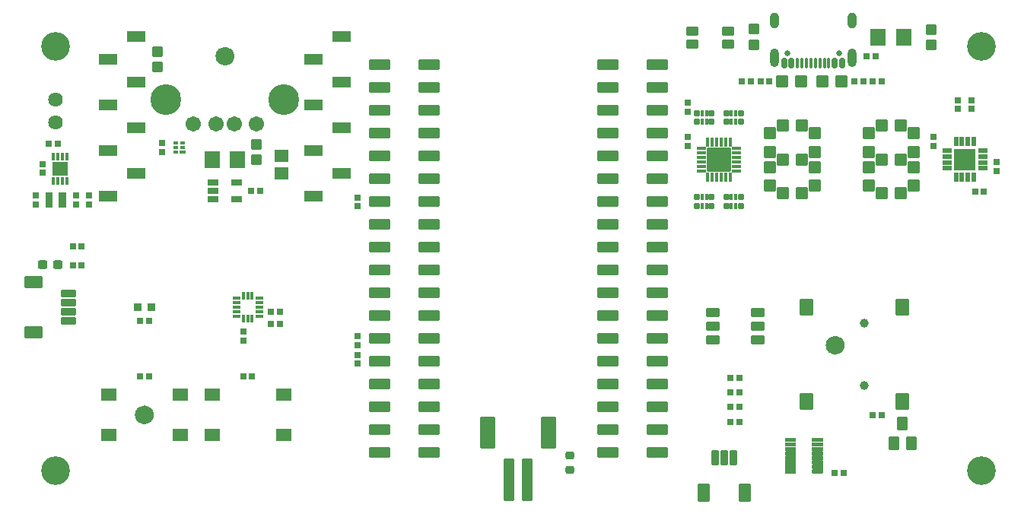
<source format=gbr>
%TF.GenerationSoftware,KiCad,Pcbnew,9.0.2*%
%TF.CreationDate,2025-06-01T02:46:13+05:30*%
%TF.ProjectId,TechLab,54656368-4c61-4622-9e6b-696361645f70,rev?*%
%TF.SameCoordinates,Original*%
%TF.FileFunction,Soldermask,Top*%
%TF.FilePolarity,Negative*%
%FSLAX46Y46*%
G04 Gerber Fmt 4.6, Leading zero omitted, Abs format (unit mm)*
G04 Created by KiCad (PCBNEW 9.0.2) date 2025-06-01 02:46:13*
%MOMM*%
%LPD*%
G01*
G04 APERTURE LIST*
G04 Aperture macros list*
%AMRoundRect*
0 Rectangle with rounded corners*
0 $1 Rounding radius*
0 $2 $3 $4 $5 $6 $7 $8 $9 X,Y pos of 4 corners*
0 Add a 4 corners polygon primitive as box body*
4,1,4,$2,$3,$4,$5,$6,$7,$8,$9,$2,$3,0*
0 Add four circle primitives for the rounded corners*
1,1,$1+$1,$2,$3*
1,1,$1+$1,$4,$5*
1,1,$1+$1,$6,$7*
1,1,$1+$1,$8,$9*
0 Add four rect primitives between the rounded corners*
20,1,$1+$1,$2,$3,$4,$5,0*
20,1,$1+$1,$4,$5,$6,$7,0*
20,1,$1+$1,$6,$7,$8,$9,0*
20,1,$1+$1,$8,$9,$2,$3,0*%
G04 Aperture macros list end*
%ADD10C,0.010000*%
%ADD11C,0.000000*%
%ADD12C,0.609600*%
%ADD13RoundRect,0.050800X-0.550000X0.500000X-0.550000X-0.500000X0.550000X-0.500000X0.550000X0.500000X0*%
%ADD14C,1.625600*%
%ADD15RoundRect,0.050800X0.600000X0.450000X-0.600000X0.450000X-0.600000X-0.450000X0.600000X-0.450000X0*%
%ADD16RoundRect,0.050800X-0.406500X-0.147500X0.406500X-0.147500X0.406500X0.147500X-0.406500X0.147500X0*%
%ADD17RoundRect,0.050800X0.147500X-0.406500X0.147500X0.406500X-0.147500X0.406500X-0.147500X-0.406500X0*%
%ADD18RoundRect,0.050800X0.406500X0.147500X-0.406500X0.147500X-0.406500X-0.147500X0.406500X-0.147500X0*%
%ADD19RoundRect,0.050800X-0.147500X0.406500X-0.147500X-0.406500X0.147500X-0.406500X0.147500X0.406500X0*%
%ADD20RoundRect,0.050800X0.300000X-0.250000X0.300000X0.250000X-0.300000X0.250000X-0.300000X-0.250000X0*%
%ADD21RoundRect,0.050800X1.000000X0.500000X-1.000000X0.500000X-1.000000X-0.500000X1.000000X-0.500000X0*%
%ADD22RoundRect,0.050800X-0.800000X-0.901500X0.800000X-0.901500X0.800000X0.901500X-0.800000X0.901500X0*%
%ADD23RoundRect,0.050800X-0.600000X0.600000X-0.600000X-0.600000X0.600000X-0.600000X0.600000X0.600000X0*%
%ADD24RoundRect,0.050800X0.600000X0.600000X-0.600000X0.600000X-0.600000X-0.600000X0.600000X-0.600000X0*%
%ADD25RoundRect,0.102000X-0.775000X0.300000X-0.775000X-0.300000X0.775000X-0.300000X0.775000X0.300000X0*%
%ADD26RoundRect,0.102000X0.900000X-0.600000X0.900000X0.600000X-0.900000X0.600000X-0.900000X-0.600000X0*%
%ADD27C,3.200000*%
%ADD28RoundRect,0.050800X-0.300000X0.250000X-0.300000X-0.250000X0.300000X-0.250000X0.300000X0.250000X0*%
%ADD29RoundRect,0.050800X0.250000X0.300000X-0.250000X0.300000X-0.250000X-0.300000X0.250000X-0.300000X0*%
%ADD30RoundRect,0.050800X0.475000X-0.200000X0.475000X0.200000X-0.475000X0.200000X-0.475000X-0.200000X0*%
%ADD31RoundRect,0.050800X0.200000X0.475000X-0.200000X0.475000X-0.200000X-0.475000X0.200000X-0.475000X0*%
%ADD32RoundRect,0.050800X-0.475000X0.200000X-0.475000X-0.200000X0.475000X-0.200000X0.475000X0.200000X0*%
%ADD33RoundRect,0.050800X-0.200000X-0.475000X0.200000X-0.475000X0.200000X0.475000X-0.200000X0.475000X0*%
%ADD34RoundRect,0.050800X-1.150000X-1.150000X1.150000X-1.150000X1.150000X1.150000X-1.150000X1.150000X0*%
%ADD35RoundRect,0.050800X0.600000X-0.600000X0.600000X0.600000X-0.600000X0.600000X-0.600000X-0.600000X0*%
%ADD36RoundRect,0.102000X0.300000X-0.775000X0.300000X0.775000X-0.300000X0.775000X-0.300000X-0.775000X0*%
%ADD37RoundRect,0.102000X0.600000X0.900000X-0.600000X0.900000X-0.600000X-0.900000X0.600000X-0.900000X0*%
%ADD38RoundRect,0.050800X0.150000X0.340000X-0.150000X0.340000X-0.150000X-0.340000X0.150000X-0.340000X0*%
%ADD39RoundRect,0.050800X0.780000X0.725000X-0.780000X0.725000X-0.780000X-0.725000X0.780000X-0.725000X0*%
%ADD40RoundRect,0.050800X0.300000X-0.275000X0.300000X0.275000X-0.300000X0.275000X-0.300000X-0.275000X0*%
%ADD41C,1.711200*%
%ADD42C,3.417600*%
%ADD43RoundRect,0.050800X-0.248920X-0.250000X0.248920X-0.250000X0.248920X0.250000X-0.248920X0.250000X0*%
%ADD44RoundRect,0.050800X-0.150000X-0.250000X0.150000X-0.250000X0.150000X0.250000X-0.150000X0.250000X0*%
%ADD45RoundRect,0.050800X-0.250000X-0.300000X0.250000X-0.300000X0.250000X0.300000X-0.250000X0.300000X0*%
%ADD46RoundRect,0.050800X0.550000X-0.300000X0.550000X0.300000X-0.550000X0.300000X-0.550000X-0.300000X0*%
%ADD47RoundRect,0.237500X-0.300000X-0.237500X0.300000X-0.237500X0.300000X0.237500X-0.300000X0.237500X0*%
%ADD48RoundRect,0.050800X-0.775000X-0.650000X0.775000X-0.650000X0.775000X0.650000X-0.775000X0.650000X0*%
%ADD49RoundRect,0.050800X0.750000X-0.650000X0.750000X0.650000X-0.750000X0.650000X-0.750000X-0.650000X0*%
%ADD50RoundRect,0.050800X0.260000X-0.150000X0.260000X0.150000X-0.260000X0.150000X-0.260000X-0.150000X0*%
%ADD51RoundRect,0.050800X0.245000X-0.150000X0.245000X0.150000X-0.245000X0.150000X-0.245000X-0.150000X0*%
%ADD52RoundRect,0.050800X-0.500000X-2.300000X0.500000X-2.300000X0.500000X2.300000X-0.500000X2.300000X0*%
%ADD53RoundRect,0.050800X0.800000X-1.700000X0.800000X1.700000X-0.800000X1.700000X-0.800000X-1.700000X0*%
%ADD54RoundRect,0.050800X-0.400000X-0.400000X0.400000X-0.400000X0.400000X0.400000X-0.400000X0.400000X0*%
%ADD55RoundRect,0.050800X0.800000X0.901500X-0.800000X0.901500X-0.800000X-0.901500X0.800000X-0.901500X0*%
%ADD56RoundRect,0.050800X-0.500000X-0.700000X0.500000X-0.700000X0.500000X0.700000X-0.500000X0.700000X0*%
%ADD57RoundRect,0.050800X-1.100000X-0.510000X1.100000X-0.510000X1.100000X0.510000X-1.100000X0.510000X0*%
%ADD58RoundRect,0.050800X-1.100000X-0.500000X1.100000X-0.500000X1.100000X0.500000X-1.100000X0.500000X0*%
%ADD59RoundRect,0.050800X0.248920X0.250000X-0.248920X0.250000X-0.248920X-0.250000X0.248920X-0.250000X0*%
%ADD60RoundRect,0.050800X0.150000X0.250000X-0.150000X0.250000X-0.150000X-0.250000X0.150000X-0.250000X0*%
%ADD61C,1.000000*%
%ADD62RoundRect,0.050800X-0.700000X0.850000X-0.700000X-0.850000X0.700000X-0.850000X0.700000X0.850000X0*%
%ADD63RoundRect,0.558800X0.000010X-0.000010X0.000010X0.000010X-0.000010X0.000010X-0.000010X-0.000010X0*%
%ADD64RoundRect,0.050800X-1.000000X-0.500000X1.000000X-0.500000X1.000000X0.500000X-1.000000X0.500000X0*%
%ADD65RoundRect,0.050800X0.700000X-0.450000X0.700000X0.450000X-0.700000X0.450000X-0.700000X-0.450000X0*%
%ADD66RoundRect,0.558800X-0.000010X-0.000010X0.000010X-0.000010X0.000010X0.000010X-0.000010X0.000010X0*%
%ADD67C,0.650000*%
%ADD68RoundRect,0.150000X0.150000X0.425000X-0.150000X0.425000X-0.150000X-0.425000X0.150000X-0.425000X0*%
%ADD69RoundRect,0.075000X0.075000X0.500000X-0.075000X0.500000X-0.075000X-0.500000X0.075000X-0.500000X0*%
%ADD70O,1.000000X2.100000*%
%ADD71O,1.000000X1.800000*%
%ADD72RoundRect,0.225000X-0.250000X0.225000X-0.250000X-0.225000X0.250000X-0.225000X0.250000X0.225000X0*%
%ADD73RoundRect,0.050800X0.150000X0.425000X-0.150000X0.425000X-0.150000X-0.425000X0.150000X-0.425000X0*%
%ADD74RoundRect,0.050800X-0.425000X0.150000X-0.425000X-0.150000X0.425000X-0.150000X0.425000X0.150000X0*%
%ADD75RoundRect,0.050800X-0.150000X-0.425000X0.150000X-0.425000X0.150000X0.425000X-0.150000X0.425000X0*%
%ADD76RoundRect,0.050800X0.425000X-0.150000X0.425000X0.150000X-0.425000X0.150000X-0.425000X-0.150000X0*%
%ADD77RoundRect,0.050800X1.300000X-1.300000X1.300000X1.300000X-1.300000X1.300000X-1.300000X-1.300000X0*%
G04 APERTURE END LIST*
D10*
%TO.C,U7*%
X234735000Y-97301000D02*
X234741000Y-97301000D01*
X234746000Y-97302000D01*
X234751000Y-97303000D01*
X234756000Y-97305000D01*
X234761000Y-97307000D01*
X234766000Y-97309000D01*
X234770000Y-97311000D01*
X234775000Y-97313000D01*
X234779000Y-97316000D01*
X234784000Y-97319000D01*
X234788000Y-97322000D01*
X234792000Y-97326000D01*
X234796000Y-97329000D01*
X234799000Y-97333000D01*
X234803000Y-97337000D01*
X234806000Y-97341000D01*
X234809000Y-97346000D01*
X234812000Y-97350000D01*
X234814000Y-97355000D01*
X234816000Y-97359000D01*
X234818000Y-97364000D01*
X234820000Y-97369000D01*
X234822000Y-97374000D01*
X234823000Y-97379000D01*
X234824000Y-97384000D01*
X234824000Y-97390000D01*
X234825000Y-97395000D01*
X234825000Y-97400000D01*
X234825000Y-97600000D01*
X234825000Y-97605000D01*
X234824000Y-97610000D01*
X234824000Y-97616000D01*
X234823000Y-97621000D01*
X234822000Y-97626000D01*
X234820000Y-97631000D01*
X234818000Y-97636000D01*
X234816000Y-97641000D01*
X234814000Y-97645000D01*
X234812000Y-97650000D01*
X234809000Y-97654000D01*
X234806000Y-97659000D01*
X234803000Y-97663000D01*
X234799000Y-97667000D01*
X234796000Y-97671000D01*
X234792000Y-97674000D01*
X234788000Y-97678000D01*
X234784000Y-97681000D01*
X234779000Y-97684000D01*
X234775000Y-97687000D01*
X234770000Y-97689000D01*
X234766000Y-97691000D01*
X234761000Y-97693000D01*
X234756000Y-97695000D01*
X234751000Y-97697000D01*
X234746000Y-97698000D01*
X234741000Y-97699000D01*
X234735000Y-97699000D01*
X234730000Y-97700000D01*
X234725000Y-97700000D01*
X233775000Y-97700000D01*
X233770000Y-97700000D01*
X233765000Y-97699000D01*
X233759000Y-97699000D01*
X233754000Y-97698000D01*
X233749000Y-97697000D01*
X233744000Y-97695000D01*
X233739000Y-97693000D01*
X233734000Y-97691000D01*
X233730000Y-97689000D01*
X233725000Y-97687000D01*
X233721000Y-97684000D01*
X233716000Y-97681000D01*
X233712000Y-97678000D01*
X233708000Y-97674000D01*
X233704000Y-97671000D01*
X233701000Y-97667000D01*
X233697000Y-97663000D01*
X233694000Y-97659000D01*
X233691000Y-97654000D01*
X233688000Y-97650000D01*
X233686000Y-97645000D01*
X233684000Y-97641000D01*
X233682000Y-97636000D01*
X233680000Y-97631000D01*
X233678000Y-97626000D01*
X233677000Y-97621000D01*
X233676000Y-97616000D01*
X233676000Y-97610000D01*
X233675000Y-97605000D01*
X233675000Y-97600000D01*
X233675000Y-97400000D01*
X233675000Y-97395000D01*
X233676000Y-97390000D01*
X233676000Y-97384000D01*
X233677000Y-97379000D01*
X233678000Y-97374000D01*
X233680000Y-97369000D01*
X233682000Y-97364000D01*
X233684000Y-97359000D01*
X233686000Y-97355000D01*
X233688000Y-97350000D01*
X233691000Y-97346000D01*
X233694000Y-97341000D01*
X233697000Y-97337000D01*
X233701000Y-97333000D01*
X233704000Y-97329000D01*
X233708000Y-97326000D01*
X233712000Y-97322000D01*
X233716000Y-97319000D01*
X233721000Y-97316000D01*
X233725000Y-97313000D01*
X233730000Y-97311000D01*
X233734000Y-97309000D01*
X233739000Y-97307000D01*
X233744000Y-97305000D01*
X233749000Y-97303000D01*
X233754000Y-97302000D01*
X233759000Y-97301000D01*
X233765000Y-97301000D01*
X233770000Y-97300000D01*
X233775000Y-97300000D01*
X234725000Y-97300000D01*
X234730000Y-97300000D01*
X234735000Y-97301000D01*
G36*
X234735000Y-97301000D02*
G01*
X234741000Y-97301000D01*
X234746000Y-97302000D01*
X234751000Y-97303000D01*
X234756000Y-97305000D01*
X234761000Y-97307000D01*
X234766000Y-97309000D01*
X234770000Y-97311000D01*
X234775000Y-97313000D01*
X234779000Y-97316000D01*
X234784000Y-97319000D01*
X234788000Y-97322000D01*
X234792000Y-97326000D01*
X234796000Y-97329000D01*
X234799000Y-97333000D01*
X234803000Y-97337000D01*
X234806000Y-97341000D01*
X234809000Y-97346000D01*
X234812000Y-97350000D01*
X234814000Y-97355000D01*
X234816000Y-97359000D01*
X234818000Y-97364000D01*
X234820000Y-97369000D01*
X234822000Y-97374000D01*
X234823000Y-97379000D01*
X234824000Y-97384000D01*
X234824000Y-97390000D01*
X234825000Y-97395000D01*
X234825000Y-97400000D01*
X234825000Y-97600000D01*
X234825000Y-97605000D01*
X234824000Y-97610000D01*
X234824000Y-97616000D01*
X234823000Y-97621000D01*
X234822000Y-97626000D01*
X234820000Y-97631000D01*
X234818000Y-97636000D01*
X234816000Y-97641000D01*
X234814000Y-97645000D01*
X234812000Y-97650000D01*
X234809000Y-97654000D01*
X234806000Y-97659000D01*
X234803000Y-97663000D01*
X234799000Y-97667000D01*
X234796000Y-97671000D01*
X234792000Y-97674000D01*
X234788000Y-97678000D01*
X234784000Y-97681000D01*
X234779000Y-97684000D01*
X234775000Y-97687000D01*
X234770000Y-97689000D01*
X234766000Y-97691000D01*
X234761000Y-97693000D01*
X234756000Y-97695000D01*
X234751000Y-97697000D01*
X234746000Y-97698000D01*
X234741000Y-97699000D01*
X234735000Y-97699000D01*
X234730000Y-97700000D01*
X234725000Y-97700000D01*
X233775000Y-97700000D01*
X233770000Y-97700000D01*
X233765000Y-97699000D01*
X233759000Y-97699000D01*
X233754000Y-97698000D01*
X233749000Y-97697000D01*
X233744000Y-97695000D01*
X233739000Y-97693000D01*
X233734000Y-97691000D01*
X233730000Y-97689000D01*
X233725000Y-97687000D01*
X233721000Y-97684000D01*
X233716000Y-97681000D01*
X233712000Y-97678000D01*
X233708000Y-97674000D01*
X233704000Y-97671000D01*
X233701000Y-97667000D01*
X233697000Y-97663000D01*
X233694000Y-97659000D01*
X233691000Y-97654000D01*
X233688000Y-97650000D01*
X233686000Y-97645000D01*
X233684000Y-97641000D01*
X233682000Y-97636000D01*
X233680000Y-97631000D01*
X233678000Y-97626000D01*
X233677000Y-97621000D01*
X233676000Y-97616000D01*
X233676000Y-97610000D01*
X233675000Y-97605000D01*
X233675000Y-97600000D01*
X233675000Y-97400000D01*
X233675000Y-97395000D01*
X233676000Y-97390000D01*
X233676000Y-97384000D01*
X233677000Y-97379000D01*
X233678000Y-97374000D01*
X233680000Y-97369000D01*
X233682000Y-97364000D01*
X233684000Y-97359000D01*
X233686000Y-97355000D01*
X233688000Y-97350000D01*
X233691000Y-97346000D01*
X233694000Y-97341000D01*
X233697000Y-97337000D01*
X233701000Y-97333000D01*
X233704000Y-97329000D01*
X233708000Y-97326000D01*
X233712000Y-97322000D01*
X233716000Y-97319000D01*
X233721000Y-97316000D01*
X233725000Y-97313000D01*
X233730000Y-97311000D01*
X233734000Y-97309000D01*
X233739000Y-97307000D01*
X233744000Y-97305000D01*
X233749000Y-97303000D01*
X233754000Y-97302000D01*
X233759000Y-97301000D01*
X233765000Y-97301000D01*
X233770000Y-97300000D01*
X233775000Y-97300000D01*
X234725000Y-97300000D01*
X234730000Y-97300000D01*
X234735000Y-97301000D01*
G37*
X234735000Y-97801000D02*
X234741000Y-97801000D01*
X234746000Y-97802000D01*
X234751000Y-97803000D01*
X234756000Y-97805000D01*
X234761000Y-97807000D01*
X234766000Y-97809000D01*
X234770000Y-97811000D01*
X234775000Y-97813000D01*
X234779000Y-97816000D01*
X234784000Y-97819000D01*
X234788000Y-97822000D01*
X234792000Y-97826000D01*
X234796000Y-97829000D01*
X234799000Y-97833000D01*
X234803000Y-97837000D01*
X234806000Y-97841000D01*
X234809000Y-97846000D01*
X234812000Y-97850000D01*
X234814000Y-97855000D01*
X234816000Y-97859000D01*
X234818000Y-97864000D01*
X234820000Y-97869000D01*
X234822000Y-97874000D01*
X234823000Y-97879000D01*
X234824000Y-97884000D01*
X234824000Y-97890000D01*
X234825000Y-97895000D01*
X234825000Y-97900000D01*
X234825000Y-98100000D01*
X234825000Y-98105000D01*
X234824000Y-98110000D01*
X234824000Y-98116000D01*
X234823000Y-98121000D01*
X234822000Y-98126000D01*
X234820000Y-98131000D01*
X234818000Y-98136000D01*
X234816000Y-98141000D01*
X234814000Y-98145000D01*
X234812000Y-98150000D01*
X234809000Y-98154000D01*
X234806000Y-98159000D01*
X234803000Y-98163000D01*
X234799000Y-98167000D01*
X234796000Y-98171000D01*
X234792000Y-98174000D01*
X234788000Y-98178000D01*
X234784000Y-98181000D01*
X234779000Y-98184000D01*
X234775000Y-98187000D01*
X234770000Y-98189000D01*
X234766000Y-98191000D01*
X234761000Y-98193000D01*
X234756000Y-98195000D01*
X234751000Y-98197000D01*
X234746000Y-98198000D01*
X234741000Y-98199000D01*
X234735000Y-98199000D01*
X234730000Y-98200000D01*
X234725000Y-98200000D01*
X233775000Y-98200000D01*
X233770000Y-98200000D01*
X233765000Y-98199000D01*
X233759000Y-98199000D01*
X233754000Y-98198000D01*
X233749000Y-98197000D01*
X233744000Y-98195000D01*
X233739000Y-98193000D01*
X233734000Y-98191000D01*
X233730000Y-98189000D01*
X233725000Y-98187000D01*
X233721000Y-98184000D01*
X233716000Y-98181000D01*
X233712000Y-98178000D01*
X233708000Y-98174000D01*
X233704000Y-98171000D01*
X233701000Y-98167000D01*
X233697000Y-98163000D01*
X233694000Y-98159000D01*
X233691000Y-98154000D01*
X233688000Y-98150000D01*
X233686000Y-98145000D01*
X233684000Y-98141000D01*
X233682000Y-98136000D01*
X233680000Y-98131000D01*
X233678000Y-98126000D01*
X233677000Y-98121000D01*
X233676000Y-98116000D01*
X233676000Y-98110000D01*
X233675000Y-98105000D01*
X233675000Y-98100000D01*
X233675000Y-97900000D01*
X233675000Y-97895000D01*
X233676000Y-97890000D01*
X233676000Y-97884000D01*
X233677000Y-97879000D01*
X233678000Y-97874000D01*
X233680000Y-97869000D01*
X233682000Y-97864000D01*
X233684000Y-97859000D01*
X233686000Y-97855000D01*
X233688000Y-97850000D01*
X233691000Y-97846000D01*
X233694000Y-97841000D01*
X233697000Y-97837000D01*
X233701000Y-97833000D01*
X233704000Y-97829000D01*
X233708000Y-97826000D01*
X233712000Y-97822000D01*
X233716000Y-97819000D01*
X233721000Y-97816000D01*
X233725000Y-97813000D01*
X233730000Y-97811000D01*
X233734000Y-97809000D01*
X233739000Y-97807000D01*
X233744000Y-97805000D01*
X233749000Y-97803000D01*
X233754000Y-97802000D01*
X233759000Y-97801000D01*
X233765000Y-97801000D01*
X233770000Y-97800000D01*
X233775000Y-97800000D01*
X234725000Y-97800000D01*
X234730000Y-97800000D01*
X234735000Y-97801000D01*
G36*
X234735000Y-97801000D02*
G01*
X234741000Y-97801000D01*
X234746000Y-97802000D01*
X234751000Y-97803000D01*
X234756000Y-97805000D01*
X234761000Y-97807000D01*
X234766000Y-97809000D01*
X234770000Y-97811000D01*
X234775000Y-97813000D01*
X234779000Y-97816000D01*
X234784000Y-97819000D01*
X234788000Y-97822000D01*
X234792000Y-97826000D01*
X234796000Y-97829000D01*
X234799000Y-97833000D01*
X234803000Y-97837000D01*
X234806000Y-97841000D01*
X234809000Y-97846000D01*
X234812000Y-97850000D01*
X234814000Y-97855000D01*
X234816000Y-97859000D01*
X234818000Y-97864000D01*
X234820000Y-97869000D01*
X234822000Y-97874000D01*
X234823000Y-97879000D01*
X234824000Y-97884000D01*
X234824000Y-97890000D01*
X234825000Y-97895000D01*
X234825000Y-97900000D01*
X234825000Y-98100000D01*
X234825000Y-98105000D01*
X234824000Y-98110000D01*
X234824000Y-98116000D01*
X234823000Y-98121000D01*
X234822000Y-98126000D01*
X234820000Y-98131000D01*
X234818000Y-98136000D01*
X234816000Y-98141000D01*
X234814000Y-98145000D01*
X234812000Y-98150000D01*
X234809000Y-98154000D01*
X234806000Y-98159000D01*
X234803000Y-98163000D01*
X234799000Y-98167000D01*
X234796000Y-98171000D01*
X234792000Y-98174000D01*
X234788000Y-98178000D01*
X234784000Y-98181000D01*
X234779000Y-98184000D01*
X234775000Y-98187000D01*
X234770000Y-98189000D01*
X234766000Y-98191000D01*
X234761000Y-98193000D01*
X234756000Y-98195000D01*
X234751000Y-98197000D01*
X234746000Y-98198000D01*
X234741000Y-98199000D01*
X234735000Y-98199000D01*
X234730000Y-98200000D01*
X234725000Y-98200000D01*
X233775000Y-98200000D01*
X233770000Y-98200000D01*
X233765000Y-98199000D01*
X233759000Y-98199000D01*
X233754000Y-98198000D01*
X233749000Y-98197000D01*
X233744000Y-98195000D01*
X233739000Y-98193000D01*
X233734000Y-98191000D01*
X233730000Y-98189000D01*
X233725000Y-98187000D01*
X233721000Y-98184000D01*
X233716000Y-98181000D01*
X233712000Y-98178000D01*
X233708000Y-98174000D01*
X233704000Y-98171000D01*
X233701000Y-98167000D01*
X233697000Y-98163000D01*
X233694000Y-98159000D01*
X233691000Y-98154000D01*
X233688000Y-98150000D01*
X233686000Y-98145000D01*
X233684000Y-98141000D01*
X233682000Y-98136000D01*
X233680000Y-98131000D01*
X233678000Y-98126000D01*
X233677000Y-98121000D01*
X233676000Y-98116000D01*
X233676000Y-98110000D01*
X233675000Y-98105000D01*
X233675000Y-98100000D01*
X233675000Y-97900000D01*
X233675000Y-97895000D01*
X233676000Y-97890000D01*
X233676000Y-97884000D01*
X233677000Y-97879000D01*
X233678000Y-97874000D01*
X233680000Y-97869000D01*
X233682000Y-97864000D01*
X233684000Y-97859000D01*
X233686000Y-97855000D01*
X233688000Y-97850000D01*
X233691000Y-97846000D01*
X233694000Y-97841000D01*
X233697000Y-97837000D01*
X233701000Y-97833000D01*
X233704000Y-97829000D01*
X233708000Y-97826000D01*
X233712000Y-97822000D01*
X233716000Y-97819000D01*
X233721000Y-97816000D01*
X233725000Y-97813000D01*
X233730000Y-97811000D01*
X233734000Y-97809000D01*
X233739000Y-97807000D01*
X233744000Y-97805000D01*
X233749000Y-97803000D01*
X233754000Y-97802000D01*
X233759000Y-97801000D01*
X233765000Y-97801000D01*
X233770000Y-97800000D01*
X233775000Y-97800000D01*
X234725000Y-97800000D01*
X234730000Y-97800000D01*
X234735000Y-97801000D01*
G37*
X234735000Y-98301000D02*
X234741000Y-98301000D01*
X234746000Y-98302000D01*
X234751000Y-98303000D01*
X234756000Y-98305000D01*
X234761000Y-98307000D01*
X234766000Y-98309000D01*
X234770000Y-98311000D01*
X234775000Y-98313000D01*
X234779000Y-98316000D01*
X234784000Y-98319000D01*
X234788000Y-98322000D01*
X234792000Y-98326000D01*
X234796000Y-98329000D01*
X234799000Y-98333000D01*
X234803000Y-98337000D01*
X234806000Y-98341000D01*
X234809000Y-98346000D01*
X234812000Y-98350000D01*
X234814000Y-98355000D01*
X234816000Y-98359000D01*
X234818000Y-98364000D01*
X234820000Y-98369000D01*
X234822000Y-98374000D01*
X234823000Y-98379000D01*
X234824000Y-98384000D01*
X234824000Y-98390000D01*
X234825000Y-98395000D01*
X234825000Y-98400000D01*
X234825000Y-98600000D01*
X234825000Y-98605000D01*
X234824000Y-98610000D01*
X234824000Y-98616000D01*
X234823000Y-98621000D01*
X234822000Y-98626000D01*
X234820000Y-98631000D01*
X234818000Y-98636000D01*
X234816000Y-98641000D01*
X234814000Y-98645000D01*
X234812000Y-98650000D01*
X234809000Y-98654000D01*
X234806000Y-98659000D01*
X234803000Y-98663000D01*
X234799000Y-98667000D01*
X234796000Y-98671000D01*
X234792000Y-98674000D01*
X234788000Y-98678000D01*
X234784000Y-98681000D01*
X234779000Y-98684000D01*
X234775000Y-98687000D01*
X234770000Y-98689000D01*
X234766000Y-98691000D01*
X234761000Y-98693000D01*
X234756000Y-98695000D01*
X234751000Y-98697000D01*
X234746000Y-98698000D01*
X234741000Y-98699000D01*
X234735000Y-98699000D01*
X234730000Y-98700000D01*
X234725000Y-98700000D01*
X233775000Y-98700000D01*
X233770000Y-98700000D01*
X233765000Y-98699000D01*
X233759000Y-98699000D01*
X233754000Y-98698000D01*
X233749000Y-98697000D01*
X233744000Y-98695000D01*
X233739000Y-98693000D01*
X233734000Y-98691000D01*
X233730000Y-98689000D01*
X233725000Y-98687000D01*
X233721000Y-98684000D01*
X233716000Y-98681000D01*
X233712000Y-98678000D01*
X233708000Y-98674000D01*
X233704000Y-98671000D01*
X233701000Y-98667000D01*
X233697000Y-98663000D01*
X233694000Y-98659000D01*
X233691000Y-98654000D01*
X233688000Y-98650000D01*
X233686000Y-98645000D01*
X233684000Y-98641000D01*
X233682000Y-98636000D01*
X233680000Y-98631000D01*
X233678000Y-98626000D01*
X233677000Y-98621000D01*
X233676000Y-98616000D01*
X233676000Y-98610000D01*
X233675000Y-98605000D01*
X233675000Y-98600000D01*
X233675000Y-98400000D01*
X233675000Y-98395000D01*
X233676000Y-98390000D01*
X233676000Y-98384000D01*
X233677000Y-98379000D01*
X233678000Y-98374000D01*
X233680000Y-98369000D01*
X233682000Y-98364000D01*
X233684000Y-98359000D01*
X233686000Y-98355000D01*
X233688000Y-98350000D01*
X233691000Y-98346000D01*
X233694000Y-98341000D01*
X233697000Y-98337000D01*
X233701000Y-98333000D01*
X233704000Y-98329000D01*
X233708000Y-98326000D01*
X233712000Y-98322000D01*
X233716000Y-98319000D01*
X233721000Y-98316000D01*
X233725000Y-98313000D01*
X233730000Y-98311000D01*
X233734000Y-98309000D01*
X233739000Y-98307000D01*
X233744000Y-98305000D01*
X233749000Y-98303000D01*
X233754000Y-98302000D01*
X233759000Y-98301000D01*
X233765000Y-98301000D01*
X233770000Y-98300000D01*
X233775000Y-98300000D01*
X234725000Y-98300000D01*
X234730000Y-98300000D01*
X234735000Y-98301000D01*
G36*
X234735000Y-98301000D02*
G01*
X234741000Y-98301000D01*
X234746000Y-98302000D01*
X234751000Y-98303000D01*
X234756000Y-98305000D01*
X234761000Y-98307000D01*
X234766000Y-98309000D01*
X234770000Y-98311000D01*
X234775000Y-98313000D01*
X234779000Y-98316000D01*
X234784000Y-98319000D01*
X234788000Y-98322000D01*
X234792000Y-98326000D01*
X234796000Y-98329000D01*
X234799000Y-98333000D01*
X234803000Y-98337000D01*
X234806000Y-98341000D01*
X234809000Y-98346000D01*
X234812000Y-98350000D01*
X234814000Y-98355000D01*
X234816000Y-98359000D01*
X234818000Y-98364000D01*
X234820000Y-98369000D01*
X234822000Y-98374000D01*
X234823000Y-98379000D01*
X234824000Y-98384000D01*
X234824000Y-98390000D01*
X234825000Y-98395000D01*
X234825000Y-98400000D01*
X234825000Y-98600000D01*
X234825000Y-98605000D01*
X234824000Y-98610000D01*
X234824000Y-98616000D01*
X234823000Y-98621000D01*
X234822000Y-98626000D01*
X234820000Y-98631000D01*
X234818000Y-98636000D01*
X234816000Y-98641000D01*
X234814000Y-98645000D01*
X234812000Y-98650000D01*
X234809000Y-98654000D01*
X234806000Y-98659000D01*
X234803000Y-98663000D01*
X234799000Y-98667000D01*
X234796000Y-98671000D01*
X234792000Y-98674000D01*
X234788000Y-98678000D01*
X234784000Y-98681000D01*
X234779000Y-98684000D01*
X234775000Y-98687000D01*
X234770000Y-98689000D01*
X234766000Y-98691000D01*
X234761000Y-98693000D01*
X234756000Y-98695000D01*
X234751000Y-98697000D01*
X234746000Y-98698000D01*
X234741000Y-98699000D01*
X234735000Y-98699000D01*
X234730000Y-98700000D01*
X234725000Y-98700000D01*
X233775000Y-98700000D01*
X233770000Y-98700000D01*
X233765000Y-98699000D01*
X233759000Y-98699000D01*
X233754000Y-98698000D01*
X233749000Y-98697000D01*
X233744000Y-98695000D01*
X233739000Y-98693000D01*
X233734000Y-98691000D01*
X233730000Y-98689000D01*
X233725000Y-98687000D01*
X233721000Y-98684000D01*
X233716000Y-98681000D01*
X233712000Y-98678000D01*
X233708000Y-98674000D01*
X233704000Y-98671000D01*
X233701000Y-98667000D01*
X233697000Y-98663000D01*
X233694000Y-98659000D01*
X233691000Y-98654000D01*
X233688000Y-98650000D01*
X233686000Y-98645000D01*
X233684000Y-98641000D01*
X233682000Y-98636000D01*
X233680000Y-98631000D01*
X233678000Y-98626000D01*
X233677000Y-98621000D01*
X233676000Y-98616000D01*
X233676000Y-98610000D01*
X233675000Y-98605000D01*
X233675000Y-98600000D01*
X233675000Y-98400000D01*
X233675000Y-98395000D01*
X233676000Y-98390000D01*
X233676000Y-98384000D01*
X233677000Y-98379000D01*
X233678000Y-98374000D01*
X233680000Y-98369000D01*
X233682000Y-98364000D01*
X233684000Y-98359000D01*
X233686000Y-98355000D01*
X233688000Y-98350000D01*
X233691000Y-98346000D01*
X233694000Y-98341000D01*
X233697000Y-98337000D01*
X233701000Y-98333000D01*
X233704000Y-98329000D01*
X233708000Y-98326000D01*
X233712000Y-98322000D01*
X233716000Y-98319000D01*
X233721000Y-98316000D01*
X233725000Y-98313000D01*
X233730000Y-98311000D01*
X233734000Y-98309000D01*
X233739000Y-98307000D01*
X233744000Y-98305000D01*
X233749000Y-98303000D01*
X233754000Y-98302000D01*
X233759000Y-98301000D01*
X233765000Y-98301000D01*
X233770000Y-98300000D01*
X233775000Y-98300000D01*
X234725000Y-98300000D01*
X234730000Y-98300000D01*
X234735000Y-98301000D01*
G37*
X234735000Y-98801000D02*
X234741000Y-98801000D01*
X234746000Y-98802000D01*
X234751000Y-98803000D01*
X234756000Y-98805000D01*
X234761000Y-98807000D01*
X234766000Y-98809000D01*
X234770000Y-98811000D01*
X234775000Y-98813000D01*
X234779000Y-98816000D01*
X234784000Y-98819000D01*
X234788000Y-98822000D01*
X234792000Y-98826000D01*
X234796000Y-98829000D01*
X234799000Y-98833000D01*
X234803000Y-98837000D01*
X234806000Y-98841000D01*
X234809000Y-98846000D01*
X234812000Y-98850000D01*
X234814000Y-98855000D01*
X234816000Y-98859000D01*
X234818000Y-98864000D01*
X234820000Y-98869000D01*
X234822000Y-98874000D01*
X234823000Y-98879000D01*
X234824000Y-98884000D01*
X234824000Y-98890000D01*
X234825000Y-98895000D01*
X234825000Y-98900000D01*
X234825000Y-99100000D01*
X234825000Y-99105000D01*
X234824000Y-99110000D01*
X234824000Y-99116000D01*
X234823000Y-99121000D01*
X234822000Y-99126000D01*
X234820000Y-99131000D01*
X234818000Y-99136000D01*
X234816000Y-99141000D01*
X234814000Y-99145000D01*
X234812000Y-99150000D01*
X234809000Y-99154000D01*
X234806000Y-99159000D01*
X234803000Y-99163000D01*
X234799000Y-99167000D01*
X234796000Y-99171000D01*
X234792000Y-99174000D01*
X234788000Y-99178000D01*
X234784000Y-99181000D01*
X234779000Y-99184000D01*
X234775000Y-99187000D01*
X234770000Y-99189000D01*
X234766000Y-99191000D01*
X234761000Y-99193000D01*
X234756000Y-99195000D01*
X234751000Y-99197000D01*
X234746000Y-99198000D01*
X234741000Y-99199000D01*
X234735000Y-99199000D01*
X234730000Y-99200000D01*
X234725000Y-99200000D01*
X233775000Y-99200000D01*
X233770000Y-99200000D01*
X233765000Y-99199000D01*
X233759000Y-99199000D01*
X233754000Y-99198000D01*
X233749000Y-99197000D01*
X233744000Y-99195000D01*
X233739000Y-99193000D01*
X233734000Y-99191000D01*
X233730000Y-99189000D01*
X233725000Y-99187000D01*
X233721000Y-99184000D01*
X233716000Y-99181000D01*
X233712000Y-99178000D01*
X233708000Y-99174000D01*
X233704000Y-99171000D01*
X233701000Y-99167000D01*
X233697000Y-99163000D01*
X233694000Y-99159000D01*
X233691000Y-99154000D01*
X233688000Y-99150000D01*
X233686000Y-99145000D01*
X233684000Y-99141000D01*
X233682000Y-99136000D01*
X233680000Y-99131000D01*
X233678000Y-99126000D01*
X233677000Y-99121000D01*
X233676000Y-99116000D01*
X233676000Y-99110000D01*
X233675000Y-99105000D01*
X233675000Y-99100000D01*
X233675000Y-98900000D01*
X233675000Y-98895000D01*
X233676000Y-98890000D01*
X233676000Y-98884000D01*
X233677000Y-98879000D01*
X233678000Y-98874000D01*
X233680000Y-98869000D01*
X233682000Y-98864000D01*
X233684000Y-98859000D01*
X233686000Y-98855000D01*
X233688000Y-98850000D01*
X233691000Y-98846000D01*
X233694000Y-98841000D01*
X233697000Y-98837000D01*
X233701000Y-98833000D01*
X233704000Y-98829000D01*
X233708000Y-98826000D01*
X233712000Y-98822000D01*
X233716000Y-98819000D01*
X233721000Y-98816000D01*
X233725000Y-98813000D01*
X233730000Y-98811000D01*
X233734000Y-98809000D01*
X233739000Y-98807000D01*
X233744000Y-98805000D01*
X233749000Y-98803000D01*
X233754000Y-98802000D01*
X233759000Y-98801000D01*
X233765000Y-98801000D01*
X233770000Y-98800000D01*
X233775000Y-98800000D01*
X234725000Y-98800000D01*
X234730000Y-98800000D01*
X234735000Y-98801000D01*
G36*
X234735000Y-98801000D02*
G01*
X234741000Y-98801000D01*
X234746000Y-98802000D01*
X234751000Y-98803000D01*
X234756000Y-98805000D01*
X234761000Y-98807000D01*
X234766000Y-98809000D01*
X234770000Y-98811000D01*
X234775000Y-98813000D01*
X234779000Y-98816000D01*
X234784000Y-98819000D01*
X234788000Y-98822000D01*
X234792000Y-98826000D01*
X234796000Y-98829000D01*
X234799000Y-98833000D01*
X234803000Y-98837000D01*
X234806000Y-98841000D01*
X234809000Y-98846000D01*
X234812000Y-98850000D01*
X234814000Y-98855000D01*
X234816000Y-98859000D01*
X234818000Y-98864000D01*
X234820000Y-98869000D01*
X234822000Y-98874000D01*
X234823000Y-98879000D01*
X234824000Y-98884000D01*
X234824000Y-98890000D01*
X234825000Y-98895000D01*
X234825000Y-98900000D01*
X234825000Y-99100000D01*
X234825000Y-99105000D01*
X234824000Y-99110000D01*
X234824000Y-99116000D01*
X234823000Y-99121000D01*
X234822000Y-99126000D01*
X234820000Y-99131000D01*
X234818000Y-99136000D01*
X234816000Y-99141000D01*
X234814000Y-99145000D01*
X234812000Y-99150000D01*
X234809000Y-99154000D01*
X234806000Y-99159000D01*
X234803000Y-99163000D01*
X234799000Y-99167000D01*
X234796000Y-99171000D01*
X234792000Y-99174000D01*
X234788000Y-99178000D01*
X234784000Y-99181000D01*
X234779000Y-99184000D01*
X234775000Y-99187000D01*
X234770000Y-99189000D01*
X234766000Y-99191000D01*
X234761000Y-99193000D01*
X234756000Y-99195000D01*
X234751000Y-99197000D01*
X234746000Y-99198000D01*
X234741000Y-99199000D01*
X234735000Y-99199000D01*
X234730000Y-99200000D01*
X234725000Y-99200000D01*
X233775000Y-99200000D01*
X233770000Y-99200000D01*
X233765000Y-99199000D01*
X233759000Y-99199000D01*
X233754000Y-99198000D01*
X233749000Y-99197000D01*
X233744000Y-99195000D01*
X233739000Y-99193000D01*
X233734000Y-99191000D01*
X233730000Y-99189000D01*
X233725000Y-99187000D01*
X233721000Y-99184000D01*
X233716000Y-99181000D01*
X233712000Y-99178000D01*
X233708000Y-99174000D01*
X233704000Y-99171000D01*
X233701000Y-99167000D01*
X233697000Y-99163000D01*
X233694000Y-99159000D01*
X233691000Y-99154000D01*
X233688000Y-99150000D01*
X233686000Y-99145000D01*
X233684000Y-99141000D01*
X233682000Y-99136000D01*
X233680000Y-99131000D01*
X233678000Y-99126000D01*
X233677000Y-99121000D01*
X233676000Y-99116000D01*
X233676000Y-99110000D01*
X233675000Y-99105000D01*
X233675000Y-99100000D01*
X233675000Y-98900000D01*
X233675000Y-98895000D01*
X233676000Y-98890000D01*
X233676000Y-98884000D01*
X233677000Y-98879000D01*
X233678000Y-98874000D01*
X233680000Y-98869000D01*
X233682000Y-98864000D01*
X233684000Y-98859000D01*
X233686000Y-98855000D01*
X233688000Y-98850000D01*
X233691000Y-98846000D01*
X233694000Y-98841000D01*
X233697000Y-98837000D01*
X233701000Y-98833000D01*
X233704000Y-98829000D01*
X233708000Y-98826000D01*
X233712000Y-98822000D01*
X233716000Y-98819000D01*
X233721000Y-98816000D01*
X233725000Y-98813000D01*
X233730000Y-98811000D01*
X233734000Y-98809000D01*
X233739000Y-98807000D01*
X233744000Y-98805000D01*
X233749000Y-98803000D01*
X233754000Y-98802000D01*
X233759000Y-98801000D01*
X233765000Y-98801000D01*
X233770000Y-98800000D01*
X233775000Y-98800000D01*
X234725000Y-98800000D01*
X234730000Y-98800000D01*
X234735000Y-98801000D01*
G37*
X234735000Y-99301000D02*
X234741000Y-99301000D01*
X234746000Y-99302000D01*
X234751000Y-99303000D01*
X234756000Y-99305000D01*
X234761000Y-99307000D01*
X234766000Y-99309000D01*
X234770000Y-99311000D01*
X234775000Y-99313000D01*
X234779000Y-99316000D01*
X234784000Y-99319000D01*
X234788000Y-99322000D01*
X234792000Y-99326000D01*
X234796000Y-99329000D01*
X234799000Y-99333000D01*
X234803000Y-99337000D01*
X234806000Y-99341000D01*
X234809000Y-99346000D01*
X234812000Y-99350000D01*
X234814000Y-99355000D01*
X234816000Y-99359000D01*
X234818000Y-99364000D01*
X234820000Y-99369000D01*
X234822000Y-99374000D01*
X234823000Y-99379000D01*
X234824000Y-99384000D01*
X234824000Y-99390000D01*
X234825000Y-99395000D01*
X234825000Y-99400000D01*
X234825000Y-99600000D01*
X234825000Y-99605000D01*
X234824000Y-99610000D01*
X234824000Y-99616000D01*
X234823000Y-99621000D01*
X234822000Y-99626000D01*
X234820000Y-99631000D01*
X234818000Y-99636000D01*
X234816000Y-99641000D01*
X234814000Y-99645000D01*
X234812000Y-99650000D01*
X234809000Y-99654000D01*
X234806000Y-99659000D01*
X234803000Y-99663000D01*
X234799000Y-99667000D01*
X234796000Y-99671000D01*
X234792000Y-99674000D01*
X234788000Y-99678000D01*
X234784000Y-99681000D01*
X234779000Y-99684000D01*
X234775000Y-99687000D01*
X234770000Y-99689000D01*
X234766000Y-99691000D01*
X234761000Y-99693000D01*
X234756000Y-99695000D01*
X234751000Y-99697000D01*
X234746000Y-99698000D01*
X234741000Y-99699000D01*
X234735000Y-99699000D01*
X234730000Y-99700000D01*
X234725000Y-99700000D01*
X233775000Y-99700000D01*
X233770000Y-99700000D01*
X233765000Y-99699000D01*
X233759000Y-99699000D01*
X233754000Y-99698000D01*
X233749000Y-99697000D01*
X233744000Y-99695000D01*
X233739000Y-99693000D01*
X233734000Y-99691000D01*
X233730000Y-99689000D01*
X233725000Y-99687000D01*
X233721000Y-99684000D01*
X233716000Y-99681000D01*
X233712000Y-99678000D01*
X233708000Y-99674000D01*
X233704000Y-99671000D01*
X233701000Y-99667000D01*
X233697000Y-99663000D01*
X233694000Y-99659000D01*
X233691000Y-99654000D01*
X233688000Y-99650000D01*
X233686000Y-99645000D01*
X233684000Y-99641000D01*
X233682000Y-99636000D01*
X233680000Y-99631000D01*
X233678000Y-99626000D01*
X233677000Y-99621000D01*
X233676000Y-99616000D01*
X233676000Y-99610000D01*
X233675000Y-99605000D01*
X233675000Y-99600000D01*
X233675000Y-99400000D01*
X233675000Y-99395000D01*
X233676000Y-99390000D01*
X233676000Y-99384000D01*
X233677000Y-99379000D01*
X233678000Y-99374000D01*
X233680000Y-99369000D01*
X233682000Y-99364000D01*
X233684000Y-99359000D01*
X233686000Y-99355000D01*
X233688000Y-99350000D01*
X233691000Y-99346000D01*
X233694000Y-99341000D01*
X233697000Y-99337000D01*
X233701000Y-99333000D01*
X233704000Y-99329000D01*
X233708000Y-99326000D01*
X233712000Y-99322000D01*
X233716000Y-99319000D01*
X233721000Y-99316000D01*
X233725000Y-99313000D01*
X233730000Y-99311000D01*
X233734000Y-99309000D01*
X233739000Y-99307000D01*
X233744000Y-99305000D01*
X233749000Y-99303000D01*
X233754000Y-99302000D01*
X233759000Y-99301000D01*
X233765000Y-99301000D01*
X233770000Y-99300000D01*
X233775000Y-99300000D01*
X234725000Y-99300000D01*
X234730000Y-99300000D01*
X234735000Y-99301000D01*
G36*
X234735000Y-99301000D02*
G01*
X234741000Y-99301000D01*
X234746000Y-99302000D01*
X234751000Y-99303000D01*
X234756000Y-99305000D01*
X234761000Y-99307000D01*
X234766000Y-99309000D01*
X234770000Y-99311000D01*
X234775000Y-99313000D01*
X234779000Y-99316000D01*
X234784000Y-99319000D01*
X234788000Y-99322000D01*
X234792000Y-99326000D01*
X234796000Y-99329000D01*
X234799000Y-99333000D01*
X234803000Y-99337000D01*
X234806000Y-99341000D01*
X234809000Y-99346000D01*
X234812000Y-99350000D01*
X234814000Y-99355000D01*
X234816000Y-99359000D01*
X234818000Y-99364000D01*
X234820000Y-99369000D01*
X234822000Y-99374000D01*
X234823000Y-99379000D01*
X234824000Y-99384000D01*
X234824000Y-99390000D01*
X234825000Y-99395000D01*
X234825000Y-99400000D01*
X234825000Y-99600000D01*
X234825000Y-99605000D01*
X234824000Y-99610000D01*
X234824000Y-99616000D01*
X234823000Y-99621000D01*
X234822000Y-99626000D01*
X234820000Y-99631000D01*
X234818000Y-99636000D01*
X234816000Y-99641000D01*
X234814000Y-99645000D01*
X234812000Y-99650000D01*
X234809000Y-99654000D01*
X234806000Y-99659000D01*
X234803000Y-99663000D01*
X234799000Y-99667000D01*
X234796000Y-99671000D01*
X234792000Y-99674000D01*
X234788000Y-99678000D01*
X234784000Y-99681000D01*
X234779000Y-99684000D01*
X234775000Y-99687000D01*
X234770000Y-99689000D01*
X234766000Y-99691000D01*
X234761000Y-99693000D01*
X234756000Y-99695000D01*
X234751000Y-99697000D01*
X234746000Y-99698000D01*
X234741000Y-99699000D01*
X234735000Y-99699000D01*
X234730000Y-99700000D01*
X234725000Y-99700000D01*
X233775000Y-99700000D01*
X233770000Y-99700000D01*
X233765000Y-99699000D01*
X233759000Y-99699000D01*
X233754000Y-99698000D01*
X233749000Y-99697000D01*
X233744000Y-99695000D01*
X233739000Y-99693000D01*
X233734000Y-99691000D01*
X233730000Y-99689000D01*
X233725000Y-99687000D01*
X233721000Y-99684000D01*
X233716000Y-99681000D01*
X233712000Y-99678000D01*
X233708000Y-99674000D01*
X233704000Y-99671000D01*
X233701000Y-99667000D01*
X233697000Y-99663000D01*
X233694000Y-99659000D01*
X233691000Y-99654000D01*
X233688000Y-99650000D01*
X233686000Y-99645000D01*
X233684000Y-99641000D01*
X233682000Y-99636000D01*
X233680000Y-99631000D01*
X233678000Y-99626000D01*
X233677000Y-99621000D01*
X233676000Y-99616000D01*
X233676000Y-99610000D01*
X233675000Y-99605000D01*
X233675000Y-99600000D01*
X233675000Y-99400000D01*
X233675000Y-99395000D01*
X233676000Y-99390000D01*
X233676000Y-99384000D01*
X233677000Y-99379000D01*
X233678000Y-99374000D01*
X233680000Y-99369000D01*
X233682000Y-99364000D01*
X233684000Y-99359000D01*
X233686000Y-99355000D01*
X233688000Y-99350000D01*
X233691000Y-99346000D01*
X233694000Y-99341000D01*
X233697000Y-99337000D01*
X233701000Y-99333000D01*
X233704000Y-99329000D01*
X233708000Y-99326000D01*
X233712000Y-99322000D01*
X233716000Y-99319000D01*
X233721000Y-99316000D01*
X233725000Y-99313000D01*
X233730000Y-99311000D01*
X233734000Y-99309000D01*
X233739000Y-99307000D01*
X233744000Y-99305000D01*
X233749000Y-99303000D01*
X233754000Y-99302000D01*
X233759000Y-99301000D01*
X233765000Y-99301000D01*
X233770000Y-99300000D01*
X233775000Y-99300000D01*
X234725000Y-99300000D01*
X234730000Y-99300000D01*
X234735000Y-99301000D01*
G37*
X234735000Y-99801000D02*
X234741000Y-99801000D01*
X234746000Y-99802000D01*
X234751000Y-99803000D01*
X234756000Y-99805000D01*
X234761000Y-99807000D01*
X234766000Y-99809000D01*
X234770000Y-99811000D01*
X234775000Y-99813000D01*
X234779000Y-99816000D01*
X234784000Y-99819000D01*
X234788000Y-99822000D01*
X234792000Y-99826000D01*
X234796000Y-99829000D01*
X234799000Y-99833000D01*
X234803000Y-99837000D01*
X234806000Y-99841000D01*
X234809000Y-99846000D01*
X234812000Y-99850000D01*
X234814000Y-99855000D01*
X234816000Y-99859000D01*
X234818000Y-99864000D01*
X234820000Y-99869000D01*
X234822000Y-99874000D01*
X234823000Y-99879000D01*
X234824000Y-99884000D01*
X234824000Y-99890000D01*
X234825000Y-99895000D01*
X234825000Y-99900000D01*
X234825000Y-100100000D01*
X234825000Y-100105000D01*
X234824000Y-100110000D01*
X234824000Y-100116000D01*
X234823000Y-100121000D01*
X234822000Y-100126000D01*
X234820000Y-100131000D01*
X234818000Y-100136000D01*
X234816000Y-100141000D01*
X234814000Y-100145000D01*
X234812000Y-100150000D01*
X234809000Y-100154000D01*
X234806000Y-100159000D01*
X234803000Y-100163000D01*
X234799000Y-100167000D01*
X234796000Y-100171000D01*
X234792000Y-100174000D01*
X234788000Y-100178000D01*
X234784000Y-100181000D01*
X234779000Y-100184000D01*
X234775000Y-100187000D01*
X234770000Y-100189000D01*
X234766000Y-100191000D01*
X234761000Y-100193000D01*
X234756000Y-100195000D01*
X234751000Y-100197000D01*
X234746000Y-100198000D01*
X234741000Y-100199000D01*
X234735000Y-100199000D01*
X234730000Y-100200000D01*
X234725000Y-100200000D01*
X233775000Y-100200000D01*
X233770000Y-100200000D01*
X233765000Y-100199000D01*
X233759000Y-100199000D01*
X233754000Y-100198000D01*
X233749000Y-100197000D01*
X233744000Y-100195000D01*
X233739000Y-100193000D01*
X233734000Y-100191000D01*
X233730000Y-100189000D01*
X233725000Y-100187000D01*
X233721000Y-100184000D01*
X233716000Y-100181000D01*
X233712000Y-100178000D01*
X233708000Y-100174000D01*
X233704000Y-100171000D01*
X233701000Y-100167000D01*
X233697000Y-100163000D01*
X233694000Y-100159000D01*
X233691000Y-100154000D01*
X233688000Y-100150000D01*
X233686000Y-100145000D01*
X233684000Y-100141000D01*
X233682000Y-100136000D01*
X233680000Y-100131000D01*
X233678000Y-100126000D01*
X233677000Y-100121000D01*
X233676000Y-100116000D01*
X233676000Y-100110000D01*
X233675000Y-100105000D01*
X233675000Y-100100000D01*
X233675000Y-99900000D01*
X233675000Y-99895000D01*
X233676000Y-99890000D01*
X233676000Y-99884000D01*
X233677000Y-99879000D01*
X233678000Y-99874000D01*
X233680000Y-99869000D01*
X233682000Y-99864000D01*
X233684000Y-99859000D01*
X233686000Y-99855000D01*
X233688000Y-99850000D01*
X233691000Y-99846000D01*
X233694000Y-99841000D01*
X233697000Y-99837000D01*
X233701000Y-99833000D01*
X233704000Y-99829000D01*
X233708000Y-99826000D01*
X233712000Y-99822000D01*
X233716000Y-99819000D01*
X233721000Y-99816000D01*
X233725000Y-99813000D01*
X233730000Y-99811000D01*
X233734000Y-99809000D01*
X233739000Y-99807000D01*
X233744000Y-99805000D01*
X233749000Y-99803000D01*
X233754000Y-99802000D01*
X233759000Y-99801000D01*
X233765000Y-99801000D01*
X233770000Y-99800000D01*
X233775000Y-99800000D01*
X234725000Y-99800000D01*
X234730000Y-99800000D01*
X234735000Y-99801000D01*
G36*
X234735000Y-99801000D02*
G01*
X234741000Y-99801000D01*
X234746000Y-99802000D01*
X234751000Y-99803000D01*
X234756000Y-99805000D01*
X234761000Y-99807000D01*
X234766000Y-99809000D01*
X234770000Y-99811000D01*
X234775000Y-99813000D01*
X234779000Y-99816000D01*
X234784000Y-99819000D01*
X234788000Y-99822000D01*
X234792000Y-99826000D01*
X234796000Y-99829000D01*
X234799000Y-99833000D01*
X234803000Y-99837000D01*
X234806000Y-99841000D01*
X234809000Y-99846000D01*
X234812000Y-99850000D01*
X234814000Y-99855000D01*
X234816000Y-99859000D01*
X234818000Y-99864000D01*
X234820000Y-99869000D01*
X234822000Y-99874000D01*
X234823000Y-99879000D01*
X234824000Y-99884000D01*
X234824000Y-99890000D01*
X234825000Y-99895000D01*
X234825000Y-99900000D01*
X234825000Y-100100000D01*
X234825000Y-100105000D01*
X234824000Y-100110000D01*
X234824000Y-100116000D01*
X234823000Y-100121000D01*
X234822000Y-100126000D01*
X234820000Y-100131000D01*
X234818000Y-100136000D01*
X234816000Y-100141000D01*
X234814000Y-100145000D01*
X234812000Y-100150000D01*
X234809000Y-100154000D01*
X234806000Y-100159000D01*
X234803000Y-100163000D01*
X234799000Y-100167000D01*
X234796000Y-100171000D01*
X234792000Y-100174000D01*
X234788000Y-100178000D01*
X234784000Y-100181000D01*
X234779000Y-100184000D01*
X234775000Y-100187000D01*
X234770000Y-100189000D01*
X234766000Y-100191000D01*
X234761000Y-100193000D01*
X234756000Y-100195000D01*
X234751000Y-100197000D01*
X234746000Y-100198000D01*
X234741000Y-100199000D01*
X234735000Y-100199000D01*
X234730000Y-100200000D01*
X234725000Y-100200000D01*
X233775000Y-100200000D01*
X233770000Y-100200000D01*
X233765000Y-100199000D01*
X233759000Y-100199000D01*
X233754000Y-100198000D01*
X233749000Y-100197000D01*
X233744000Y-100195000D01*
X233739000Y-100193000D01*
X233734000Y-100191000D01*
X233730000Y-100189000D01*
X233725000Y-100187000D01*
X233721000Y-100184000D01*
X233716000Y-100181000D01*
X233712000Y-100178000D01*
X233708000Y-100174000D01*
X233704000Y-100171000D01*
X233701000Y-100167000D01*
X233697000Y-100163000D01*
X233694000Y-100159000D01*
X233691000Y-100154000D01*
X233688000Y-100150000D01*
X233686000Y-100145000D01*
X233684000Y-100141000D01*
X233682000Y-100136000D01*
X233680000Y-100131000D01*
X233678000Y-100126000D01*
X233677000Y-100121000D01*
X233676000Y-100116000D01*
X233676000Y-100110000D01*
X233675000Y-100105000D01*
X233675000Y-100100000D01*
X233675000Y-99900000D01*
X233675000Y-99895000D01*
X233676000Y-99890000D01*
X233676000Y-99884000D01*
X233677000Y-99879000D01*
X233678000Y-99874000D01*
X233680000Y-99869000D01*
X233682000Y-99864000D01*
X233684000Y-99859000D01*
X233686000Y-99855000D01*
X233688000Y-99850000D01*
X233691000Y-99846000D01*
X233694000Y-99841000D01*
X233697000Y-99837000D01*
X233701000Y-99833000D01*
X233704000Y-99829000D01*
X233708000Y-99826000D01*
X233712000Y-99822000D01*
X233716000Y-99819000D01*
X233721000Y-99816000D01*
X233725000Y-99813000D01*
X233730000Y-99811000D01*
X233734000Y-99809000D01*
X233739000Y-99807000D01*
X233744000Y-99805000D01*
X233749000Y-99803000D01*
X233754000Y-99802000D01*
X233759000Y-99801000D01*
X233765000Y-99801000D01*
X233770000Y-99800000D01*
X233775000Y-99800000D01*
X234725000Y-99800000D01*
X234730000Y-99800000D01*
X234735000Y-99801000D01*
G37*
X234735000Y-100301000D02*
X234741000Y-100301000D01*
X234746000Y-100302000D01*
X234751000Y-100303000D01*
X234756000Y-100305000D01*
X234761000Y-100307000D01*
X234766000Y-100309000D01*
X234770000Y-100311000D01*
X234775000Y-100313000D01*
X234779000Y-100316000D01*
X234784000Y-100319000D01*
X234788000Y-100322000D01*
X234792000Y-100326000D01*
X234796000Y-100329000D01*
X234799000Y-100333000D01*
X234803000Y-100337000D01*
X234806000Y-100341000D01*
X234809000Y-100346000D01*
X234812000Y-100350000D01*
X234814000Y-100355000D01*
X234816000Y-100359000D01*
X234818000Y-100364000D01*
X234820000Y-100369000D01*
X234822000Y-100374000D01*
X234823000Y-100379000D01*
X234824000Y-100384000D01*
X234824000Y-100390000D01*
X234825000Y-100395000D01*
X234825000Y-100400000D01*
X234825000Y-100600000D01*
X234825000Y-100605000D01*
X234824000Y-100610000D01*
X234824000Y-100616000D01*
X234823000Y-100621000D01*
X234822000Y-100626000D01*
X234820000Y-100631000D01*
X234818000Y-100636000D01*
X234816000Y-100641000D01*
X234814000Y-100645000D01*
X234812000Y-100650000D01*
X234809000Y-100654000D01*
X234806000Y-100659000D01*
X234803000Y-100663000D01*
X234799000Y-100667000D01*
X234796000Y-100671000D01*
X234792000Y-100674000D01*
X234788000Y-100678000D01*
X234784000Y-100681000D01*
X234779000Y-100684000D01*
X234775000Y-100687000D01*
X234770000Y-100689000D01*
X234766000Y-100691000D01*
X234761000Y-100693000D01*
X234756000Y-100695000D01*
X234751000Y-100697000D01*
X234746000Y-100698000D01*
X234741000Y-100699000D01*
X234735000Y-100699000D01*
X234730000Y-100700000D01*
X234725000Y-100700000D01*
X233775000Y-100700000D01*
X233770000Y-100700000D01*
X233765000Y-100699000D01*
X233759000Y-100699000D01*
X233754000Y-100698000D01*
X233749000Y-100697000D01*
X233744000Y-100695000D01*
X233739000Y-100693000D01*
X233734000Y-100691000D01*
X233730000Y-100689000D01*
X233725000Y-100687000D01*
X233721000Y-100684000D01*
X233716000Y-100681000D01*
X233712000Y-100678000D01*
X233708000Y-100674000D01*
X233704000Y-100671000D01*
X233701000Y-100667000D01*
X233697000Y-100663000D01*
X233694000Y-100659000D01*
X233691000Y-100654000D01*
X233688000Y-100650000D01*
X233686000Y-100645000D01*
X233684000Y-100641000D01*
X233682000Y-100636000D01*
X233680000Y-100631000D01*
X233678000Y-100626000D01*
X233677000Y-100621000D01*
X233676000Y-100616000D01*
X233676000Y-100610000D01*
X233675000Y-100605000D01*
X233675000Y-100600000D01*
X233675000Y-100400000D01*
X233675000Y-100395000D01*
X233676000Y-100390000D01*
X233676000Y-100384000D01*
X233677000Y-100379000D01*
X233678000Y-100374000D01*
X233680000Y-100369000D01*
X233682000Y-100364000D01*
X233684000Y-100359000D01*
X233686000Y-100355000D01*
X233688000Y-100350000D01*
X233691000Y-100346000D01*
X233694000Y-100341000D01*
X233697000Y-100337000D01*
X233701000Y-100333000D01*
X233704000Y-100329000D01*
X233708000Y-100326000D01*
X233712000Y-100322000D01*
X233716000Y-100319000D01*
X233721000Y-100316000D01*
X233725000Y-100313000D01*
X233730000Y-100311000D01*
X233734000Y-100309000D01*
X233739000Y-100307000D01*
X233744000Y-100305000D01*
X233749000Y-100303000D01*
X233754000Y-100302000D01*
X233759000Y-100301000D01*
X233765000Y-100301000D01*
X233770000Y-100300000D01*
X233775000Y-100300000D01*
X234725000Y-100300000D01*
X234730000Y-100300000D01*
X234735000Y-100301000D01*
G36*
X234735000Y-100301000D02*
G01*
X234741000Y-100301000D01*
X234746000Y-100302000D01*
X234751000Y-100303000D01*
X234756000Y-100305000D01*
X234761000Y-100307000D01*
X234766000Y-100309000D01*
X234770000Y-100311000D01*
X234775000Y-100313000D01*
X234779000Y-100316000D01*
X234784000Y-100319000D01*
X234788000Y-100322000D01*
X234792000Y-100326000D01*
X234796000Y-100329000D01*
X234799000Y-100333000D01*
X234803000Y-100337000D01*
X234806000Y-100341000D01*
X234809000Y-100346000D01*
X234812000Y-100350000D01*
X234814000Y-100355000D01*
X234816000Y-100359000D01*
X234818000Y-100364000D01*
X234820000Y-100369000D01*
X234822000Y-100374000D01*
X234823000Y-100379000D01*
X234824000Y-100384000D01*
X234824000Y-100390000D01*
X234825000Y-100395000D01*
X234825000Y-100400000D01*
X234825000Y-100600000D01*
X234825000Y-100605000D01*
X234824000Y-100610000D01*
X234824000Y-100616000D01*
X234823000Y-100621000D01*
X234822000Y-100626000D01*
X234820000Y-100631000D01*
X234818000Y-100636000D01*
X234816000Y-100641000D01*
X234814000Y-100645000D01*
X234812000Y-100650000D01*
X234809000Y-100654000D01*
X234806000Y-100659000D01*
X234803000Y-100663000D01*
X234799000Y-100667000D01*
X234796000Y-100671000D01*
X234792000Y-100674000D01*
X234788000Y-100678000D01*
X234784000Y-100681000D01*
X234779000Y-100684000D01*
X234775000Y-100687000D01*
X234770000Y-100689000D01*
X234766000Y-100691000D01*
X234761000Y-100693000D01*
X234756000Y-100695000D01*
X234751000Y-100697000D01*
X234746000Y-100698000D01*
X234741000Y-100699000D01*
X234735000Y-100699000D01*
X234730000Y-100700000D01*
X234725000Y-100700000D01*
X233775000Y-100700000D01*
X233770000Y-100700000D01*
X233765000Y-100699000D01*
X233759000Y-100699000D01*
X233754000Y-100698000D01*
X233749000Y-100697000D01*
X233744000Y-100695000D01*
X233739000Y-100693000D01*
X233734000Y-100691000D01*
X233730000Y-100689000D01*
X233725000Y-100687000D01*
X233721000Y-100684000D01*
X233716000Y-100681000D01*
X233712000Y-100678000D01*
X233708000Y-100674000D01*
X233704000Y-100671000D01*
X233701000Y-100667000D01*
X233697000Y-100663000D01*
X233694000Y-100659000D01*
X233691000Y-100654000D01*
X233688000Y-100650000D01*
X233686000Y-100645000D01*
X233684000Y-100641000D01*
X233682000Y-100636000D01*
X233680000Y-100631000D01*
X233678000Y-100626000D01*
X233677000Y-100621000D01*
X233676000Y-100616000D01*
X233676000Y-100610000D01*
X233675000Y-100605000D01*
X233675000Y-100600000D01*
X233675000Y-100400000D01*
X233675000Y-100395000D01*
X233676000Y-100390000D01*
X233676000Y-100384000D01*
X233677000Y-100379000D01*
X233678000Y-100374000D01*
X233680000Y-100369000D01*
X233682000Y-100364000D01*
X233684000Y-100359000D01*
X233686000Y-100355000D01*
X233688000Y-100350000D01*
X233691000Y-100346000D01*
X233694000Y-100341000D01*
X233697000Y-100337000D01*
X233701000Y-100333000D01*
X233704000Y-100329000D01*
X233708000Y-100326000D01*
X233712000Y-100322000D01*
X233716000Y-100319000D01*
X233721000Y-100316000D01*
X233725000Y-100313000D01*
X233730000Y-100311000D01*
X233734000Y-100309000D01*
X233739000Y-100307000D01*
X233744000Y-100305000D01*
X233749000Y-100303000D01*
X233754000Y-100302000D01*
X233759000Y-100301000D01*
X233765000Y-100301000D01*
X233770000Y-100300000D01*
X233775000Y-100300000D01*
X234725000Y-100300000D01*
X234730000Y-100300000D01*
X234735000Y-100301000D01*
G37*
X234735000Y-100801000D02*
X234741000Y-100801000D01*
X234746000Y-100802000D01*
X234751000Y-100803000D01*
X234756000Y-100805000D01*
X234761000Y-100807000D01*
X234766000Y-100809000D01*
X234770000Y-100811000D01*
X234775000Y-100813000D01*
X234779000Y-100816000D01*
X234784000Y-100819000D01*
X234788000Y-100822000D01*
X234792000Y-100826000D01*
X234796000Y-100829000D01*
X234799000Y-100833000D01*
X234803000Y-100837000D01*
X234806000Y-100841000D01*
X234809000Y-100846000D01*
X234812000Y-100850000D01*
X234814000Y-100855000D01*
X234816000Y-100859000D01*
X234818000Y-100864000D01*
X234820000Y-100869000D01*
X234822000Y-100874000D01*
X234823000Y-100879000D01*
X234824000Y-100884000D01*
X234824000Y-100890000D01*
X234825000Y-100895000D01*
X234825000Y-100900000D01*
X234825000Y-101100000D01*
X234825000Y-101105000D01*
X234824000Y-101110000D01*
X234824000Y-101116000D01*
X234823000Y-101121000D01*
X234822000Y-101126000D01*
X234820000Y-101131000D01*
X234818000Y-101136000D01*
X234816000Y-101141000D01*
X234814000Y-101145000D01*
X234812000Y-101150000D01*
X234809000Y-101154000D01*
X234806000Y-101159000D01*
X234803000Y-101163000D01*
X234799000Y-101167000D01*
X234796000Y-101171000D01*
X234792000Y-101174000D01*
X234788000Y-101178000D01*
X234784000Y-101181000D01*
X234779000Y-101184000D01*
X234775000Y-101187000D01*
X234770000Y-101189000D01*
X234766000Y-101191000D01*
X234761000Y-101193000D01*
X234756000Y-101195000D01*
X234751000Y-101197000D01*
X234746000Y-101198000D01*
X234741000Y-101199000D01*
X234735000Y-101199000D01*
X234730000Y-101200000D01*
X234725000Y-101200000D01*
X233775000Y-101200000D01*
X233770000Y-101200000D01*
X233765000Y-101199000D01*
X233759000Y-101199000D01*
X233754000Y-101198000D01*
X233749000Y-101197000D01*
X233744000Y-101195000D01*
X233739000Y-101193000D01*
X233734000Y-101191000D01*
X233730000Y-101189000D01*
X233725000Y-101187000D01*
X233721000Y-101184000D01*
X233716000Y-101181000D01*
X233712000Y-101178000D01*
X233708000Y-101174000D01*
X233704000Y-101171000D01*
X233701000Y-101167000D01*
X233697000Y-101163000D01*
X233694000Y-101159000D01*
X233691000Y-101154000D01*
X233688000Y-101150000D01*
X233686000Y-101145000D01*
X233684000Y-101141000D01*
X233682000Y-101136000D01*
X233680000Y-101131000D01*
X233678000Y-101126000D01*
X233677000Y-101121000D01*
X233676000Y-101116000D01*
X233676000Y-101110000D01*
X233675000Y-101105000D01*
X233675000Y-101100000D01*
X233675000Y-100900000D01*
X233675000Y-100895000D01*
X233676000Y-100890000D01*
X233676000Y-100884000D01*
X233677000Y-100879000D01*
X233678000Y-100874000D01*
X233680000Y-100869000D01*
X233682000Y-100864000D01*
X233684000Y-100859000D01*
X233686000Y-100855000D01*
X233688000Y-100850000D01*
X233691000Y-100846000D01*
X233694000Y-100841000D01*
X233697000Y-100837000D01*
X233701000Y-100833000D01*
X233704000Y-100829000D01*
X233708000Y-100826000D01*
X233712000Y-100822000D01*
X233716000Y-100819000D01*
X233721000Y-100816000D01*
X233725000Y-100813000D01*
X233730000Y-100811000D01*
X233734000Y-100809000D01*
X233739000Y-100807000D01*
X233744000Y-100805000D01*
X233749000Y-100803000D01*
X233754000Y-100802000D01*
X233759000Y-100801000D01*
X233765000Y-100801000D01*
X233770000Y-100800000D01*
X233775000Y-100800000D01*
X234725000Y-100800000D01*
X234730000Y-100800000D01*
X234735000Y-100801000D01*
G36*
X234735000Y-100801000D02*
G01*
X234741000Y-100801000D01*
X234746000Y-100802000D01*
X234751000Y-100803000D01*
X234756000Y-100805000D01*
X234761000Y-100807000D01*
X234766000Y-100809000D01*
X234770000Y-100811000D01*
X234775000Y-100813000D01*
X234779000Y-100816000D01*
X234784000Y-100819000D01*
X234788000Y-100822000D01*
X234792000Y-100826000D01*
X234796000Y-100829000D01*
X234799000Y-100833000D01*
X234803000Y-100837000D01*
X234806000Y-100841000D01*
X234809000Y-100846000D01*
X234812000Y-100850000D01*
X234814000Y-100855000D01*
X234816000Y-100859000D01*
X234818000Y-100864000D01*
X234820000Y-100869000D01*
X234822000Y-100874000D01*
X234823000Y-100879000D01*
X234824000Y-100884000D01*
X234824000Y-100890000D01*
X234825000Y-100895000D01*
X234825000Y-100900000D01*
X234825000Y-101100000D01*
X234825000Y-101105000D01*
X234824000Y-101110000D01*
X234824000Y-101116000D01*
X234823000Y-101121000D01*
X234822000Y-101126000D01*
X234820000Y-101131000D01*
X234818000Y-101136000D01*
X234816000Y-101141000D01*
X234814000Y-101145000D01*
X234812000Y-101150000D01*
X234809000Y-101154000D01*
X234806000Y-101159000D01*
X234803000Y-101163000D01*
X234799000Y-101167000D01*
X234796000Y-101171000D01*
X234792000Y-101174000D01*
X234788000Y-101178000D01*
X234784000Y-101181000D01*
X234779000Y-101184000D01*
X234775000Y-101187000D01*
X234770000Y-101189000D01*
X234766000Y-101191000D01*
X234761000Y-101193000D01*
X234756000Y-101195000D01*
X234751000Y-101197000D01*
X234746000Y-101198000D01*
X234741000Y-101199000D01*
X234735000Y-101199000D01*
X234730000Y-101200000D01*
X234725000Y-101200000D01*
X233775000Y-101200000D01*
X233770000Y-101200000D01*
X233765000Y-101199000D01*
X233759000Y-101199000D01*
X233754000Y-101198000D01*
X233749000Y-101197000D01*
X233744000Y-101195000D01*
X233739000Y-101193000D01*
X233734000Y-101191000D01*
X233730000Y-101189000D01*
X233725000Y-101187000D01*
X233721000Y-101184000D01*
X233716000Y-101181000D01*
X233712000Y-101178000D01*
X233708000Y-101174000D01*
X233704000Y-101171000D01*
X233701000Y-101167000D01*
X233697000Y-101163000D01*
X233694000Y-101159000D01*
X233691000Y-101154000D01*
X233688000Y-101150000D01*
X233686000Y-101145000D01*
X233684000Y-101141000D01*
X233682000Y-101136000D01*
X233680000Y-101131000D01*
X233678000Y-101126000D01*
X233677000Y-101121000D01*
X233676000Y-101116000D01*
X233676000Y-101110000D01*
X233675000Y-101105000D01*
X233675000Y-101100000D01*
X233675000Y-100900000D01*
X233675000Y-100895000D01*
X233676000Y-100890000D01*
X233676000Y-100884000D01*
X233677000Y-100879000D01*
X233678000Y-100874000D01*
X233680000Y-100869000D01*
X233682000Y-100864000D01*
X233684000Y-100859000D01*
X233686000Y-100855000D01*
X233688000Y-100850000D01*
X233691000Y-100846000D01*
X233694000Y-100841000D01*
X233697000Y-100837000D01*
X233701000Y-100833000D01*
X233704000Y-100829000D01*
X233708000Y-100826000D01*
X233712000Y-100822000D01*
X233716000Y-100819000D01*
X233721000Y-100816000D01*
X233725000Y-100813000D01*
X233730000Y-100811000D01*
X233734000Y-100809000D01*
X233739000Y-100807000D01*
X233744000Y-100805000D01*
X233749000Y-100803000D01*
X233754000Y-100802000D01*
X233759000Y-100801000D01*
X233765000Y-100801000D01*
X233770000Y-100800000D01*
X233775000Y-100800000D01*
X234725000Y-100800000D01*
X234730000Y-100800000D01*
X234735000Y-100801000D01*
G37*
X237735000Y-97301000D02*
X237741000Y-97301000D01*
X237746000Y-97302000D01*
X237751000Y-97303000D01*
X237756000Y-97305000D01*
X237761000Y-97307000D01*
X237766000Y-97309000D01*
X237770000Y-97311000D01*
X237775000Y-97313000D01*
X237779000Y-97316000D01*
X237784000Y-97319000D01*
X237788000Y-97322000D01*
X237792000Y-97326000D01*
X237796000Y-97329000D01*
X237799000Y-97333000D01*
X237803000Y-97337000D01*
X237806000Y-97341000D01*
X237809000Y-97346000D01*
X237812000Y-97350000D01*
X237814000Y-97355000D01*
X237816000Y-97359000D01*
X237818000Y-97364000D01*
X237820000Y-97369000D01*
X237822000Y-97374000D01*
X237823000Y-97379000D01*
X237824000Y-97384000D01*
X237824000Y-97390000D01*
X237825000Y-97395000D01*
X237825000Y-97400000D01*
X237825000Y-97600000D01*
X237825000Y-97605000D01*
X237824000Y-97610000D01*
X237824000Y-97616000D01*
X237823000Y-97621000D01*
X237822000Y-97626000D01*
X237820000Y-97631000D01*
X237818000Y-97636000D01*
X237816000Y-97641000D01*
X237814000Y-97645000D01*
X237812000Y-97650000D01*
X237809000Y-97654000D01*
X237806000Y-97659000D01*
X237803000Y-97663000D01*
X237799000Y-97667000D01*
X237796000Y-97671000D01*
X237792000Y-97674000D01*
X237788000Y-97678000D01*
X237784000Y-97681000D01*
X237779000Y-97684000D01*
X237775000Y-97687000D01*
X237770000Y-97689000D01*
X237766000Y-97691000D01*
X237761000Y-97693000D01*
X237756000Y-97695000D01*
X237751000Y-97697000D01*
X237746000Y-97698000D01*
X237741000Y-97699000D01*
X237735000Y-97699000D01*
X237730000Y-97700000D01*
X237725000Y-97700000D01*
X236775000Y-97700000D01*
X236770000Y-97700000D01*
X236765000Y-97699000D01*
X236759000Y-97699000D01*
X236754000Y-97698000D01*
X236749000Y-97697000D01*
X236744000Y-97695000D01*
X236739000Y-97693000D01*
X236734000Y-97691000D01*
X236730000Y-97689000D01*
X236725000Y-97687000D01*
X236721000Y-97684000D01*
X236716000Y-97681000D01*
X236712000Y-97678000D01*
X236708000Y-97674000D01*
X236704000Y-97671000D01*
X236701000Y-97667000D01*
X236697000Y-97663000D01*
X236694000Y-97659000D01*
X236691000Y-97654000D01*
X236688000Y-97650000D01*
X236686000Y-97645000D01*
X236684000Y-97641000D01*
X236682000Y-97636000D01*
X236680000Y-97631000D01*
X236678000Y-97626000D01*
X236677000Y-97621000D01*
X236676000Y-97616000D01*
X236676000Y-97610000D01*
X236675000Y-97605000D01*
X236675000Y-97600000D01*
X236675000Y-97400000D01*
X236675000Y-97395000D01*
X236676000Y-97390000D01*
X236676000Y-97384000D01*
X236677000Y-97379000D01*
X236678000Y-97374000D01*
X236680000Y-97369000D01*
X236682000Y-97364000D01*
X236684000Y-97359000D01*
X236686000Y-97355000D01*
X236688000Y-97350000D01*
X236691000Y-97346000D01*
X236694000Y-97341000D01*
X236697000Y-97337000D01*
X236701000Y-97333000D01*
X236704000Y-97329000D01*
X236708000Y-97326000D01*
X236712000Y-97322000D01*
X236716000Y-97319000D01*
X236721000Y-97316000D01*
X236725000Y-97313000D01*
X236730000Y-97311000D01*
X236734000Y-97309000D01*
X236739000Y-97307000D01*
X236744000Y-97305000D01*
X236749000Y-97303000D01*
X236754000Y-97302000D01*
X236759000Y-97301000D01*
X236765000Y-97301000D01*
X236770000Y-97300000D01*
X236775000Y-97300000D01*
X237725000Y-97300000D01*
X237730000Y-97300000D01*
X237735000Y-97301000D01*
G36*
X237735000Y-97301000D02*
G01*
X237741000Y-97301000D01*
X237746000Y-97302000D01*
X237751000Y-97303000D01*
X237756000Y-97305000D01*
X237761000Y-97307000D01*
X237766000Y-97309000D01*
X237770000Y-97311000D01*
X237775000Y-97313000D01*
X237779000Y-97316000D01*
X237784000Y-97319000D01*
X237788000Y-97322000D01*
X237792000Y-97326000D01*
X237796000Y-97329000D01*
X237799000Y-97333000D01*
X237803000Y-97337000D01*
X237806000Y-97341000D01*
X237809000Y-97346000D01*
X237812000Y-97350000D01*
X237814000Y-97355000D01*
X237816000Y-97359000D01*
X237818000Y-97364000D01*
X237820000Y-97369000D01*
X237822000Y-97374000D01*
X237823000Y-97379000D01*
X237824000Y-97384000D01*
X237824000Y-97390000D01*
X237825000Y-97395000D01*
X237825000Y-97400000D01*
X237825000Y-97600000D01*
X237825000Y-97605000D01*
X237824000Y-97610000D01*
X237824000Y-97616000D01*
X237823000Y-97621000D01*
X237822000Y-97626000D01*
X237820000Y-97631000D01*
X237818000Y-97636000D01*
X237816000Y-97641000D01*
X237814000Y-97645000D01*
X237812000Y-97650000D01*
X237809000Y-97654000D01*
X237806000Y-97659000D01*
X237803000Y-97663000D01*
X237799000Y-97667000D01*
X237796000Y-97671000D01*
X237792000Y-97674000D01*
X237788000Y-97678000D01*
X237784000Y-97681000D01*
X237779000Y-97684000D01*
X237775000Y-97687000D01*
X237770000Y-97689000D01*
X237766000Y-97691000D01*
X237761000Y-97693000D01*
X237756000Y-97695000D01*
X237751000Y-97697000D01*
X237746000Y-97698000D01*
X237741000Y-97699000D01*
X237735000Y-97699000D01*
X237730000Y-97700000D01*
X237725000Y-97700000D01*
X236775000Y-97700000D01*
X236770000Y-97700000D01*
X236765000Y-97699000D01*
X236759000Y-97699000D01*
X236754000Y-97698000D01*
X236749000Y-97697000D01*
X236744000Y-97695000D01*
X236739000Y-97693000D01*
X236734000Y-97691000D01*
X236730000Y-97689000D01*
X236725000Y-97687000D01*
X236721000Y-97684000D01*
X236716000Y-97681000D01*
X236712000Y-97678000D01*
X236708000Y-97674000D01*
X236704000Y-97671000D01*
X236701000Y-97667000D01*
X236697000Y-97663000D01*
X236694000Y-97659000D01*
X236691000Y-97654000D01*
X236688000Y-97650000D01*
X236686000Y-97645000D01*
X236684000Y-97641000D01*
X236682000Y-97636000D01*
X236680000Y-97631000D01*
X236678000Y-97626000D01*
X236677000Y-97621000D01*
X236676000Y-97616000D01*
X236676000Y-97610000D01*
X236675000Y-97605000D01*
X236675000Y-97600000D01*
X236675000Y-97400000D01*
X236675000Y-97395000D01*
X236676000Y-97390000D01*
X236676000Y-97384000D01*
X236677000Y-97379000D01*
X236678000Y-97374000D01*
X236680000Y-97369000D01*
X236682000Y-97364000D01*
X236684000Y-97359000D01*
X236686000Y-97355000D01*
X236688000Y-97350000D01*
X236691000Y-97346000D01*
X236694000Y-97341000D01*
X236697000Y-97337000D01*
X236701000Y-97333000D01*
X236704000Y-97329000D01*
X236708000Y-97326000D01*
X236712000Y-97322000D01*
X236716000Y-97319000D01*
X236721000Y-97316000D01*
X236725000Y-97313000D01*
X236730000Y-97311000D01*
X236734000Y-97309000D01*
X236739000Y-97307000D01*
X236744000Y-97305000D01*
X236749000Y-97303000D01*
X236754000Y-97302000D01*
X236759000Y-97301000D01*
X236765000Y-97301000D01*
X236770000Y-97300000D01*
X236775000Y-97300000D01*
X237725000Y-97300000D01*
X237730000Y-97300000D01*
X237735000Y-97301000D01*
G37*
X237735000Y-97801000D02*
X237741000Y-97801000D01*
X237746000Y-97802000D01*
X237751000Y-97803000D01*
X237756000Y-97805000D01*
X237761000Y-97807000D01*
X237766000Y-97809000D01*
X237770000Y-97811000D01*
X237775000Y-97813000D01*
X237779000Y-97816000D01*
X237784000Y-97819000D01*
X237788000Y-97822000D01*
X237792000Y-97826000D01*
X237796000Y-97829000D01*
X237799000Y-97833000D01*
X237803000Y-97837000D01*
X237806000Y-97841000D01*
X237809000Y-97846000D01*
X237812000Y-97850000D01*
X237814000Y-97855000D01*
X237816000Y-97859000D01*
X237818000Y-97864000D01*
X237820000Y-97869000D01*
X237822000Y-97874000D01*
X237823000Y-97879000D01*
X237824000Y-97884000D01*
X237824000Y-97890000D01*
X237825000Y-97895000D01*
X237825000Y-97900000D01*
X237825000Y-98100000D01*
X237825000Y-98105000D01*
X237824000Y-98110000D01*
X237824000Y-98116000D01*
X237823000Y-98121000D01*
X237822000Y-98126000D01*
X237820000Y-98131000D01*
X237818000Y-98136000D01*
X237816000Y-98141000D01*
X237814000Y-98145000D01*
X237812000Y-98150000D01*
X237809000Y-98154000D01*
X237806000Y-98159000D01*
X237803000Y-98163000D01*
X237799000Y-98167000D01*
X237796000Y-98171000D01*
X237792000Y-98174000D01*
X237788000Y-98178000D01*
X237784000Y-98181000D01*
X237779000Y-98184000D01*
X237775000Y-98187000D01*
X237770000Y-98189000D01*
X237766000Y-98191000D01*
X237761000Y-98193000D01*
X237756000Y-98195000D01*
X237751000Y-98197000D01*
X237746000Y-98198000D01*
X237741000Y-98199000D01*
X237735000Y-98199000D01*
X237730000Y-98200000D01*
X237725000Y-98200000D01*
X236775000Y-98200000D01*
X236770000Y-98200000D01*
X236765000Y-98199000D01*
X236759000Y-98199000D01*
X236754000Y-98198000D01*
X236749000Y-98197000D01*
X236744000Y-98195000D01*
X236739000Y-98193000D01*
X236734000Y-98191000D01*
X236730000Y-98189000D01*
X236725000Y-98187000D01*
X236721000Y-98184000D01*
X236716000Y-98181000D01*
X236712000Y-98178000D01*
X236708000Y-98174000D01*
X236704000Y-98171000D01*
X236701000Y-98167000D01*
X236697000Y-98163000D01*
X236694000Y-98159000D01*
X236691000Y-98154000D01*
X236688000Y-98150000D01*
X236686000Y-98145000D01*
X236684000Y-98141000D01*
X236682000Y-98136000D01*
X236680000Y-98131000D01*
X236678000Y-98126000D01*
X236677000Y-98121000D01*
X236676000Y-98116000D01*
X236676000Y-98110000D01*
X236675000Y-98105000D01*
X236675000Y-98100000D01*
X236675000Y-97900000D01*
X236675000Y-97895000D01*
X236676000Y-97890000D01*
X236676000Y-97884000D01*
X236677000Y-97879000D01*
X236678000Y-97874000D01*
X236680000Y-97869000D01*
X236682000Y-97864000D01*
X236684000Y-97859000D01*
X236686000Y-97855000D01*
X236688000Y-97850000D01*
X236691000Y-97846000D01*
X236694000Y-97841000D01*
X236697000Y-97837000D01*
X236701000Y-97833000D01*
X236704000Y-97829000D01*
X236708000Y-97826000D01*
X236712000Y-97822000D01*
X236716000Y-97819000D01*
X236721000Y-97816000D01*
X236725000Y-97813000D01*
X236730000Y-97811000D01*
X236734000Y-97809000D01*
X236739000Y-97807000D01*
X236744000Y-97805000D01*
X236749000Y-97803000D01*
X236754000Y-97802000D01*
X236759000Y-97801000D01*
X236765000Y-97801000D01*
X236770000Y-97800000D01*
X236775000Y-97800000D01*
X237725000Y-97800000D01*
X237730000Y-97800000D01*
X237735000Y-97801000D01*
G36*
X237735000Y-97801000D02*
G01*
X237741000Y-97801000D01*
X237746000Y-97802000D01*
X237751000Y-97803000D01*
X237756000Y-97805000D01*
X237761000Y-97807000D01*
X237766000Y-97809000D01*
X237770000Y-97811000D01*
X237775000Y-97813000D01*
X237779000Y-97816000D01*
X237784000Y-97819000D01*
X237788000Y-97822000D01*
X237792000Y-97826000D01*
X237796000Y-97829000D01*
X237799000Y-97833000D01*
X237803000Y-97837000D01*
X237806000Y-97841000D01*
X237809000Y-97846000D01*
X237812000Y-97850000D01*
X237814000Y-97855000D01*
X237816000Y-97859000D01*
X237818000Y-97864000D01*
X237820000Y-97869000D01*
X237822000Y-97874000D01*
X237823000Y-97879000D01*
X237824000Y-97884000D01*
X237824000Y-97890000D01*
X237825000Y-97895000D01*
X237825000Y-97900000D01*
X237825000Y-98100000D01*
X237825000Y-98105000D01*
X237824000Y-98110000D01*
X237824000Y-98116000D01*
X237823000Y-98121000D01*
X237822000Y-98126000D01*
X237820000Y-98131000D01*
X237818000Y-98136000D01*
X237816000Y-98141000D01*
X237814000Y-98145000D01*
X237812000Y-98150000D01*
X237809000Y-98154000D01*
X237806000Y-98159000D01*
X237803000Y-98163000D01*
X237799000Y-98167000D01*
X237796000Y-98171000D01*
X237792000Y-98174000D01*
X237788000Y-98178000D01*
X237784000Y-98181000D01*
X237779000Y-98184000D01*
X237775000Y-98187000D01*
X237770000Y-98189000D01*
X237766000Y-98191000D01*
X237761000Y-98193000D01*
X237756000Y-98195000D01*
X237751000Y-98197000D01*
X237746000Y-98198000D01*
X237741000Y-98199000D01*
X237735000Y-98199000D01*
X237730000Y-98200000D01*
X237725000Y-98200000D01*
X236775000Y-98200000D01*
X236770000Y-98200000D01*
X236765000Y-98199000D01*
X236759000Y-98199000D01*
X236754000Y-98198000D01*
X236749000Y-98197000D01*
X236744000Y-98195000D01*
X236739000Y-98193000D01*
X236734000Y-98191000D01*
X236730000Y-98189000D01*
X236725000Y-98187000D01*
X236721000Y-98184000D01*
X236716000Y-98181000D01*
X236712000Y-98178000D01*
X236708000Y-98174000D01*
X236704000Y-98171000D01*
X236701000Y-98167000D01*
X236697000Y-98163000D01*
X236694000Y-98159000D01*
X236691000Y-98154000D01*
X236688000Y-98150000D01*
X236686000Y-98145000D01*
X236684000Y-98141000D01*
X236682000Y-98136000D01*
X236680000Y-98131000D01*
X236678000Y-98126000D01*
X236677000Y-98121000D01*
X236676000Y-98116000D01*
X236676000Y-98110000D01*
X236675000Y-98105000D01*
X236675000Y-98100000D01*
X236675000Y-97900000D01*
X236675000Y-97895000D01*
X236676000Y-97890000D01*
X236676000Y-97884000D01*
X236677000Y-97879000D01*
X236678000Y-97874000D01*
X236680000Y-97869000D01*
X236682000Y-97864000D01*
X236684000Y-97859000D01*
X236686000Y-97855000D01*
X236688000Y-97850000D01*
X236691000Y-97846000D01*
X236694000Y-97841000D01*
X236697000Y-97837000D01*
X236701000Y-97833000D01*
X236704000Y-97829000D01*
X236708000Y-97826000D01*
X236712000Y-97822000D01*
X236716000Y-97819000D01*
X236721000Y-97816000D01*
X236725000Y-97813000D01*
X236730000Y-97811000D01*
X236734000Y-97809000D01*
X236739000Y-97807000D01*
X236744000Y-97805000D01*
X236749000Y-97803000D01*
X236754000Y-97802000D01*
X236759000Y-97801000D01*
X236765000Y-97801000D01*
X236770000Y-97800000D01*
X236775000Y-97800000D01*
X237725000Y-97800000D01*
X237730000Y-97800000D01*
X237735000Y-97801000D01*
G37*
X237735000Y-98301000D02*
X237741000Y-98301000D01*
X237746000Y-98302000D01*
X237751000Y-98303000D01*
X237756000Y-98305000D01*
X237761000Y-98307000D01*
X237766000Y-98309000D01*
X237770000Y-98311000D01*
X237775000Y-98313000D01*
X237779000Y-98316000D01*
X237784000Y-98319000D01*
X237788000Y-98322000D01*
X237792000Y-98326000D01*
X237796000Y-98329000D01*
X237799000Y-98333000D01*
X237803000Y-98337000D01*
X237806000Y-98341000D01*
X237809000Y-98346000D01*
X237812000Y-98350000D01*
X237814000Y-98355000D01*
X237816000Y-98359000D01*
X237818000Y-98364000D01*
X237820000Y-98369000D01*
X237822000Y-98374000D01*
X237823000Y-98379000D01*
X237824000Y-98384000D01*
X237824000Y-98390000D01*
X237825000Y-98395000D01*
X237825000Y-98400000D01*
X237825000Y-98600000D01*
X237825000Y-98605000D01*
X237824000Y-98610000D01*
X237824000Y-98616000D01*
X237823000Y-98621000D01*
X237822000Y-98626000D01*
X237820000Y-98631000D01*
X237818000Y-98636000D01*
X237816000Y-98641000D01*
X237814000Y-98645000D01*
X237812000Y-98650000D01*
X237809000Y-98654000D01*
X237806000Y-98659000D01*
X237803000Y-98663000D01*
X237799000Y-98667000D01*
X237796000Y-98671000D01*
X237792000Y-98674000D01*
X237788000Y-98678000D01*
X237784000Y-98681000D01*
X237779000Y-98684000D01*
X237775000Y-98687000D01*
X237770000Y-98689000D01*
X237766000Y-98691000D01*
X237761000Y-98693000D01*
X237756000Y-98695000D01*
X237751000Y-98697000D01*
X237746000Y-98698000D01*
X237741000Y-98699000D01*
X237735000Y-98699000D01*
X237730000Y-98700000D01*
X237725000Y-98700000D01*
X236775000Y-98700000D01*
X236770000Y-98700000D01*
X236765000Y-98699000D01*
X236759000Y-98699000D01*
X236754000Y-98698000D01*
X236749000Y-98697000D01*
X236744000Y-98695000D01*
X236739000Y-98693000D01*
X236734000Y-98691000D01*
X236730000Y-98689000D01*
X236725000Y-98687000D01*
X236721000Y-98684000D01*
X236716000Y-98681000D01*
X236712000Y-98678000D01*
X236708000Y-98674000D01*
X236704000Y-98671000D01*
X236701000Y-98667000D01*
X236697000Y-98663000D01*
X236694000Y-98659000D01*
X236691000Y-98654000D01*
X236688000Y-98650000D01*
X236686000Y-98645000D01*
X236684000Y-98641000D01*
X236682000Y-98636000D01*
X236680000Y-98631000D01*
X236678000Y-98626000D01*
X236677000Y-98621000D01*
X236676000Y-98616000D01*
X236676000Y-98610000D01*
X236675000Y-98605000D01*
X236675000Y-98600000D01*
X236675000Y-98400000D01*
X236675000Y-98395000D01*
X236676000Y-98390000D01*
X236676000Y-98384000D01*
X236677000Y-98379000D01*
X236678000Y-98374000D01*
X236680000Y-98369000D01*
X236682000Y-98364000D01*
X236684000Y-98359000D01*
X236686000Y-98355000D01*
X236688000Y-98350000D01*
X236691000Y-98346000D01*
X236694000Y-98341000D01*
X236697000Y-98337000D01*
X236701000Y-98333000D01*
X236704000Y-98329000D01*
X236708000Y-98326000D01*
X236712000Y-98322000D01*
X236716000Y-98319000D01*
X236721000Y-98316000D01*
X236725000Y-98313000D01*
X236730000Y-98311000D01*
X236734000Y-98309000D01*
X236739000Y-98307000D01*
X236744000Y-98305000D01*
X236749000Y-98303000D01*
X236754000Y-98302000D01*
X236759000Y-98301000D01*
X236765000Y-98301000D01*
X236770000Y-98300000D01*
X236775000Y-98300000D01*
X237725000Y-98300000D01*
X237730000Y-98300000D01*
X237735000Y-98301000D01*
G36*
X237735000Y-98301000D02*
G01*
X237741000Y-98301000D01*
X237746000Y-98302000D01*
X237751000Y-98303000D01*
X237756000Y-98305000D01*
X237761000Y-98307000D01*
X237766000Y-98309000D01*
X237770000Y-98311000D01*
X237775000Y-98313000D01*
X237779000Y-98316000D01*
X237784000Y-98319000D01*
X237788000Y-98322000D01*
X237792000Y-98326000D01*
X237796000Y-98329000D01*
X237799000Y-98333000D01*
X237803000Y-98337000D01*
X237806000Y-98341000D01*
X237809000Y-98346000D01*
X237812000Y-98350000D01*
X237814000Y-98355000D01*
X237816000Y-98359000D01*
X237818000Y-98364000D01*
X237820000Y-98369000D01*
X237822000Y-98374000D01*
X237823000Y-98379000D01*
X237824000Y-98384000D01*
X237824000Y-98390000D01*
X237825000Y-98395000D01*
X237825000Y-98400000D01*
X237825000Y-98600000D01*
X237825000Y-98605000D01*
X237824000Y-98610000D01*
X237824000Y-98616000D01*
X237823000Y-98621000D01*
X237822000Y-98626000D01*
X237820000Y-98631000D01*
X237818000Y-98636000D01*
X237816000Y-98641000D01*
X237814000Y-98645000D01*
X237812000Y-98650000D01*
X237809000Y-98654000D01*
X237806000Y-98659000D01*
X237803000Y-98663000D01*
X237799000Y-98667000D01*
X237796000Y-98671000D01*
X237792000Y-98674000D01*
X237788000Y-98678000D01*
X237784000Y-98681000D01*
X237779000Y-98684000D01*
X237775000Y-98687000D01*
X237770000Y-98689000D01*
X237766000Y-98691000D01*
X237761000Y-98693000D01*
X237756000Y-98695000D01*
X237751000Y-98697000D01*
X237746000Y-98698000D01*
X237741000Y-98699000D01*
X237735000Y-98699000D01*
X237730000Y-98700000D01*
X237725000Y-98700000D01*
X236775000Y-98700000D01*
X236770000Y-98700000D01*
X236765000Y-98699000D01*
X236759000Y-98699000D01*
X236754000Y-98698000D01*
X236749000Y-98697000D01*
X236744000Y-98695000D01*
X236739000Y-98693000D01*
X236734000Y-98691000D01*
X236730000Y-98689000D01*
X236725000Y-98687000D01*
X236721000Y-98684000D01*
X236716000Y-98681000D01*
X236712000Y-98678000D01*
X236708000Y-98674000D01*
X236704000Y-98671000D01*
X236701000Y-98667000D01*
X236697000Y-98663000D01*
X236694000Y-98659000D01*
X236691000Y-98654000D01*
X236688000Y-98650000D01*
X236686000Y-98645000D01*
X236684000Y-98641000D01*
X236682000Y-98636000D01*
X236680000Y-98631000D01*
X236678000Y-98626000D01*
X236677000Y-98621000D01*
X236676000Y-98616000D01*
X236676000Y-98610000D01*
X236675000Y-98605000D01*
X236675000Y-98600000D01*
X236675000Y-98400000D01*
X236675000Y-98395000D01*
X236676000Y-98390000D01*
X236676000Y-98384000D01*
X236677000Y-98379000D01*
X236678000Y-98374000D01*
X236680000Y-98369000D01*
X236682000Y-98364000D01*
X236684000Y-98359000D01*
X236686000Y-98355000D01*
X236688000Y-98350000D01*
X236691000Y-98346000D01*
X236694000Y-98341000D01*
X236697000Y-98337000D01*
X236701000Y-98333000D01*
X236704000Y-98329000D01*
X236708000Y-98326000D01*
X236712000Y-98322000D01*
X236716000Y-98319000D01*
X236721000Y-98316000D01*
X236725000Y-98313000D01*
X236730000Y-98311000D01*
X236734000Y-98309000D01*
X236739000Y-98307000D01*
X236744000Y-98305000D01*
X236749000Y-98303000D01*
X236754000Y-98302000D01*
X236759000Y-98301000D01*
X236765000Y-98301000D01*
X236770000Y-98300000D01*
X236775000Y-98300000D01*
X237725000Y-98300000D01*
X237730000Y-98300000D01*
X237735000Y-98301000D01*
G37*
X237735000Y-98801000D02*
X237741000Y-98801000D01*
X237746000Y-98802000D01*
X237751000Y-98803000D01*
X237756000Y-98805000D01*
X237761000Y-98807000D01*
X237766000Y-98809000D01*
X237770000Y-98811000D01*
X237775000Y-98813000D01*
X237779000Y-98816000D01*
X237784000Y-98819000D01*
X237788000Y-98822000D01*
X237792000Y-98826000D01*
X237796000Y-98829000D01*
X237799000Y-98833000D01*
X237803000Y-98837000D01*
X237806000Y-98841000D01*
X237809000Y-98846000D01*
X237812000Y-98850000D01*
X237814000Y-98855000D01*
X237816000Y-98859000D01*
X237818000Y-98864000D01*
X237820000Y-98869000D01*
X237822000Y-98874000D01*
X237823000Y-98879000D01*
X237824000Y-98884000D01*
X237824000Y-98890000D01*
X237825000Y-98895000D01*
X237825000Y-98900000D01*
X237825000Y-99100000D01*
X237825000Y-99105000D01*
X237824000Y-99110000D01*
X237824000Y-99116000D01*
X237823000Y-99121000D01*
X237822000Y-99126000D01*
X237820000Y-99131000D01*
X237818000Y-99136000D01*
X237816000Y-99141000D01*
X237814000Y-99145000D01*
X237812000Y-99150000D01*
X237809000Y-99154000D01*
X237806000Y-99159000D01*
X237803000Y-99163000D01*
X237799000Y-99167000D01*
X237796000Y-99171000D01*
X237792000Y-99174000D01*
X237788000Y-99178000D01*
X237784000Y-99181000D01*
X237779000Y-99184000D01*
X237775000Y-99187000D01*
X237770000Y-99189000D01*
X237766000Y-99191000D01*
X237761000Y-99193000D01*
X237756000Y-99195000D01*
X237751000Y-99197000D01*
X237746000Y-99198000D01*
X237741000Y-99199000D01*
X237735000Y-99199000D01*
X237730000Y-99200000D01*
X237725000Y-99200000D01*
X236775000Y-99200000D01*
X236770000Y-99200000D01*
X236765000Y-99199000D01*
X236759000Y-99199000D01*
X236754000Y-99198000D01*
X236749000Y-99197000D01*
X236744000Y-99195000D01*
X236739000Y-99193000D01*
X236734000Y-99191000D01*
X236730000Y-99189000D01*
X236725000Y-99187000D01*
X236721000Y-99184000D01*
X236716000Y-99181000D01*
X236712000Y-99178000D01*
X236708000Y-99174000D01*
X236704000Y-99171000D01*
X236701000Y-99167000D01*
X236697000Y-99163000D01*
X236694000Y-99159000D01*
X236691000Y-99154000D01*
X236688000Y-99150000D01*
X236686000Y-99145000D01*
X236684000Y-99141000D01*
X236682000Y-99136000D01*
X236680000Y-99131000D01*
X236678000Y-99126000D01*
X236677000Y-99121000D01*
X236676000Y-99116000D01*
X236676000Y-99110000D01*
X236675000Y-99105000D01*
X236675000Y-99100000D01*
X236675000Y-98900000D01*
X236675000Y-98895000D01*
X236676000Y-98890000D01*
X236676000Y-98884000D01*
X236677000Y-98879000D01*
X236678000Y-98874000D01*
X236680000Y-98869000D01*
X236682000Y-98864000D01*
X236684000Y-98859000D01*
X236686000Y-98855000D01*
X236688000Y-98850000D01*
X236691000Y-98846000D01*
X236694000Y-98841000D01*
X236697000Y-98837000D01*
X236701000Y-98833000D01*
X236704000Y-98829000D01*
X236708000Y-98826000D01*
X236712000Y-98822000D01*
X236716000Y-98819000D01*
X236721000Y-98816000D01*
X236725000Y-98813000D01*
X236730000Y-98811000D01*
X236734000Y-98809000D01*
X236739000Y-98807000D01*
X236744000Y-98805000D01*
X236749000Y-98803000D01*
X236754000Y-98802000D01*
X236759000Y-98801000D01*
X236765000Y-98801000D01*
X236770000Y-98800000D01*
X236775000Y-98800000D01*
X237725000Y-98800000D01*
X237730000Y-98800000D01*
X237735000Y-98801000D01*
G36*
X237735000Y-98801000D02*
G01*
X237741000Y-98801000D01*
X237746000Y-98802000D01*
X237751000Y-98803000D01*
X237756000Y-98805000D01*
X237761000Y-98807000D01*
X237766000Y-98809000D01*
X237770000Y-98811000D01*
X237775000Y-98813000D01*
X237779000Y-98816000D01*
X237784000Y-98819000D01*
X237788000Y-98822000D01*
X237792000Y-98826000D01*
X237796000Y-98829000D01*
X237799000Y-98833000D01*
X237803000Y-98837000D01*
X237806000Y-98841000D01*
X237809000Y-98846000D01*
X237812000Y-98850000D01*
X237814000Y-98855000D01*
X237816000Y-98859000D01*
X237818000Y-98864000D01*
X237820000Y-98869000D01*
X237822000Y-98874000D01*
X237823000Y-98879000D01*
X237824000Y-98884000D01*
X237824000Y-98890000D01*
X237825000Y-98895000D01*
X237825000Y-98900000D01*
X237825000Y-99100000D01*
X237825000Y-99105000D01*
X237824000Y-99110000D01*
X237824000Y-99116000D01*
X237823000Y-99121000D01*
X237822000Y-99126000D01*
X237820000Y-99131000D01*
X237818000Y-99136000D01*
X237816000Y-99141000D01*
X237814000Y-99145000D01*
X237812000Y-99150000D01*
X237809000Y-99154000D01*
X237806000Y-99159000D01*
X237803000Y-99163000D01*
X237799000Y-99167000D01*
X237796000Y-99171000D01*
X237792000Y-99174000D01*
X237788000Y-99178000D01*
X237784000Y-99181000D01*
X237779000Y-99184000D01*
X237775000Y-99187000D01*
X237770000Y-99189000D01*
X237766000Y-99191000D01*
X237761000Y-99193000D01*
X237756000Y-99195000D01*
X237751000Y-99197000D01*
X237746000Y-99198000D01*
X237741000Y-99199000D01*
X237735000Y-99199000D01*
X237730000Y-99200000D01*
X237725000Y-99200000D01*
X236775000Y-99200000D01*
X236770000Y-99200000D01*
X236765000Y-99199000D01*
X236759000Y-99199000D01*
X236754000Y-99198000D01*
X236749000Y-99197000D01*
X236744000Y-99195000D01*
X236739000Y-99193000D01*
X236734000Y-99191000D01*
X236730000Y-99189000D01*
X236725000Y-99187000D01*
X236721000Y-99184000D01*
X236716000Y-99181000D01*
X236712000Y-99178000D01*
X236708000Y-99174000D01*
X236704000Y-99171000D01*
X236701000Y-99167000D01*
X236697000Y-99163000D01*
X236694000Y-99159000D01*
X236691000Y-99154000D01*
X236688000Y-99150000D01*
X236686000Y-99145000D01*
X236684000Y-99141000D01*
X236682000Y-99136000D01*
X236680000Y-99131000D01*
X236678000Y-99126000D01*
X236677000Y-99121000D01*
X236676000Y-99116000D01*
X236676000Y-99110000D01*
X236675000Y-99105000D01*
X236675000Y-99100000D01*
X236675000Y-98900000D01*
X236675000Y-98895000D01*
X236676000Y-98890000D01*
X236676000Y-98884000D01*
X236677000Y-98879000D01*
X236678000Y-98874000D01*
X236680000Y-98869000D01*
X236682000Y-98864000D01*
X236684000Y-98859000D01*
X236686000Y-98855000D01*
X236688000Y-98850000D01*
X236691000Y-98846000D01*
X236694000Y-98841000D01*
X236697000Y-98837000D01*
X236701000Y-98833000D01*
X236704000Y-98829000D01*
X236708000Y-98826000D01*
X236712000Y-98822000D01*
X236716000Y-98819000D01*
X236721000Y-98816000D01*
X236725000Y-98813000D01*
X236730000Y-98811000D01*
X236734000Y-98809000D01*
X236739000Y-98807000D01*
X236744000Y-98805000D01*
X236749000Y-98803000D01*
X236754000Y-98802000D01*
X236759000Y-98801000D01*
X236765000Y-98801000D01*
X236770000Y-98800000D01*
X236775000Y-98800000D01*
X237725000Y-98800000D01*
X237730000Y-98800000D01*
X237735000Y-98801000D01*
G37*
X237735000Y-99301000D02*
X237741000Y-99301000D01*
X237746000Y-99302000D01*
X237751000Y-99303000D01*
X237756000Y-99305000D01*
X237761000Y-99307000D01*
X237766000Y-99309000D01*
X237770000Y-99311000D01*
X237775000Y-99313000D01*
X237779000Y-99316000D01*
X237784000Y-99319000D01*
X237788000Y-99322000D01*
X237792000Y-99326000D01*
X237796000Y-99329000D01*
X237799000Y-99333000D01*
X237803000Y-99337000D01*
X237806000Y-99341000D01*
X237809000Y-99346000D01*
X237812000Y-99350000D01*
X237814000Y-99355000D01*
X237816000Y-99359000D01*
X237818000Y-99364000D01*
X237820000Y-99369000D01*
X237822000Y-99374000D01*
X237823000Y-99379000D01*
X237824000Y-99384000D01*
X237824000Y-99390000D01*
X237825000Y-99395000D01*
X237825000Y-99400000D01*
X237825000Y-99600000D01*
X237825000Y-99605000D01*
X237824000Y-99610000D01*
X237824000Y-99616000D01*
X237823000Y-99621000D01*
X237822000Y-99626000D01*
X237820000Y-99631000D01*
X237818000Y-99636000D01*
X237816000Y-99641000D01*
X237814000Y-99645000D01*
X237812000Y-99650000D01*
X237809000Y-99654000D01*
X237806000Y-99659000D01*
X237803000Y-99663000D01*
X237799000Y-99667000D01*
X237796000Y-99671000D01*
X237792000Y-99674000D01*
X237788000Y-99678000D01*
X237784000Y-99681000D01*
X237779000Y-99684000D01*
X237775000Y-99687000D01*
X237770000Y-99689000D01*
X237766000Y-99691000D01*
X237761000Y-99693000D01*
X237756000Y-99695000D01*
X237751000Y-99697000D01*
X237746000Y-99698000D01*
X237741000Y-99699000D01*
X237735000Y-99699000D01*
X237730000Y-99700000D01*
X237725000Y-99700000D01*
X236775000Y-99700000D01*
X236770000Y-99700000D01*
X236765000Y-99699000D01*
X236759000Y-99699000D01*
X236754000Y-99698000D01*
X236749000Y-99697000D01*
X236744000Y-99695000D01*
X236739000Y-99693000D01*
X236734000Y-99691000D01*
X236730000Y-99689000D01*
X236725000Y-99687000D01*
X236721000Y-99684000D01*
X236716000Y-99681000D01*
X236712000Y-99678000D01*
X236708000Y-99674000D01*
X236704000Y-99671000D01*
X236701000Y-99667000D01*
X236697000Y-99663000D01*
X236694000Y-99659000D01*
X236691000Y-99654000D01*
X236688000Y-99650000D01*
X236686000Y-99645000D01*
X236684000Y-99641000D01*
X236682000Y-99636000D01*
X236680000Y-99631000D01*
X236678000Y-99626000D01*
X236677000Y-99621000D01*
X236676000Y-99616000D01*
X236676000Y-99610000D01*
X236675000Y-99605000D01*
X236675000Y-99600000D01*
X236675000Y-99400000D01*
X236675000Y-99395000D01*
X236676000Y-99390000D01*
X236676000Y-99384000D01*
X236677000Y-99379000D01*
X236678000Y-99374000D01*
X236680000Y-99369000D01*
X236682000Y-99364000D01*
X236684000Y-99359000D01*
X236686000Y-99355000D01*
X236688000Y-99350000D01*
X236691000Y-99346000D01*
X236694000Y-99341000D01*
X236697000Y-99337000D01*
X236701000Y-99333000D01*
X236704000Y-99329000D01*
X236708000Y-99326000D01*
X236712000Y-99322000D01*
X236716000Y-99319000D01*
X236721000Y-99316000D01*
X236725000Y-99313000D01*
X236730000Y-99311000D01*
X236734000Y-99309000D01*
X236739000Y-99307000D01*
X236744000Y-99305000D01*
X236749000Y-99303000D01*
X236754000Y-99302000D01*
X236759000Y-99301000D01*
X236765000Y-99301000D01*
X236770000Y-99300000D01*
X236775000Y-99300000D01*
X237725000Y-99300000D01*
X237730000Y-99300000D01*
X237735000Y-99301000D01*
G36*
X237735000Y-99301000D02*
G01*
X237741000Y-99301000D01*
X237746000Y-99302000D01*
X237751000Y-99303000D01*
X237756000Y-99305000D01*
X237761000Y-99307000D01*
X237766000Y-99309000D01*
X237770000Y-99311000D01*
X237775000Y-99313000D01*
X237779000Y-99316000D01*
X237784000Y-99319000D01*
X237788000Y-99322000D01*
X237792000Y-99326000D01*
X237796000Y-99329000D01*
X237799000Y-99333000D01*
X237803000Y-99337000D01*
X237806000Y-99341000D01*
X237809000Y-99346000D01*
X237812000Y-99350000D01*
X237814000Y-99355000D01*
X237816000Y-99359000D01*
X237818000Y-99364000D01*
X237820000Y-99369000D01*
X237822000Y-99374000D01*
X237823000Y-99379000D01*
X237824000Y-99384000D01*
X237824000Y-99390000D01*
X237825000Y-99395000D01*
X237825000Y-99400000D01*
X237825000Y-99600000D01*
X237825000Y-99605000D01*
X237824000Y-99610000D01*
X237824000Y-99616000D01*
X237823000Y-99621000D01*
X237822000Y-99626000D01*
X237820000Y-99631000D01*
X237818000Y-99636000D01*
X237816000Y-99641000D01*
X237814000Y-99645000D01*
X237812000Y-99650000D01*
X237809000Y-99654000D01*
X237806000Y-99659000D01*
X237803000Y-99663000D01*
X237799000Y-99667000D01*
X237796000Y-99671000D01*
X237792000Y-99674000D01*
X237788000Y-99678000D01*
X237784000Y-99681000D01*
X237779000Y-99684000D01*
X237775000Y-99687000D01*
X237770000Y-99689000D01*
X237766000Y-99691000D01*
X237761000Y-99693000D01*
X237756000Y-99695000D01*
X237751000Y-99697000D01*
X237746000Y-99698000D01*
X237741000Y-99699000D01*
X237735000Y-99699000D01*
X237730000Y-99700000D01*
X237725000Y-99700000D01*
X236775000Y-99700000D01*
X236770000Y-99700000D01*
X236765000Y-99699000D01*
X236759000Y-99699000D01*
X236754000Y-99698000D01*
X236749000Y-99697000D01*
X236744000Y-99695000D01*
X236739000Y-99693000D01*
X236734000Y-99691000D01*
X236730000Y-99689000D01*
X236725000Y-99687000D01*
X236721000Y-99684000D01*
X236716000Y-99681000D01*
X236712000Y-99678000D01*
X236708000Y-99674000D01*
X236704000Y-99671000D01*
X236701000Y-99667000D01*
X236697000Y-99663000D01*
X236694000Y-99659000D01*
X236691000Y-99654000D01*
X236688000Y-99650000D01*
X236686000Y-99645000D01*
X236684000Y-99641000D01*
X236682000Y-99636000D01*
X236680000Y-99631000D01*
X236678000Y-99626000D01*
X236677000Y-99621000D01*
X236676000Y-99616000D01*
X236676000Y-99610000D01*
X236675000Y-99605000D01*
X236675000Y-99600000D01*
X236675000Y-99400000D01*
X236675000Y-99395000D01*
X236676000Y-99390000D01*
X236676000Y-99384000D01*
X236677000Y-99379000D01*
X236678000Y-99374000D01*
X236680000Y-99369000D01*
X236682000Y-99364000D01*
X236684000Y-99359000D01*
X236686000Y-99355000D01*
X236688000Y-99350000D01*
X236691000Y-99346000D01*
X236694000Y-99341000D01*
X236697000Y-99337000D01*
X236701000Y-99333000D01*
X236704000Y-99329000D01*
X236708000Y-99326000D01*
X236712000Y-99322000D01*
X236716000Y-99319000D01*
X236721000Y-99316000D01*
X236725000Y-99313000D01*
X236730000Y-99311000D01*
X236734000Y-99309000D01*
X236739000Y-99307000D01*
X236744000Y-99305000D01*
X236749000Y-99303000D01*
X236754000Y-99302000D01*
X236759000Y-99301000D01*
X236765000Y-99301000D01*
X236770000Y-99300000D01*
X236775000Y-99300000D01*
X237725000Y-99300000D01*
X237730000Y-99300000D01*
X237735000Y-99301000D01*
G37*
X237735000Y-99801000D02*
X237741000Y-99801000D01*
X237746000Y-99802000D01*
X237751000Y-99803000D01*
X237756000Y-99805000D01*
X237761000Y-99807000D01*
X237766000Y-99809000D01*
X237770000Y-99811000D01*
X237775000Y-99813000D01*
X237779000Y-99816000D01*
X237784000Y-99819000D01*
X237788000Y-99822000D01*
X237792000Y-99826000D01*
X237796000Y-99829000D01*
X237799000Y-99833000D01*
X237803000Y-99837000D01*
X237806000Y-99841000D01*
X237809000Y-99846000D01*
X237812000Y-99850000D01*
X237814000Y-99855000D01*
X237816000Y-99859000D01*
X237818000Y-99864000D01*
X237820000Y-99869000D01*
X237822000Y-99874000D01*
X237823000Y-99879000D01*
X237824000Y-99884000D01*
X237824000Y-99890000D01*
X237825000Y-99895000D01*
X237825000Y-99900000D01*
X237825000Y-100100000D01*
X237825000Y-100105000D01*
X237824000Y-100110000D01*
X237824000Y-100116000D01*
X237823000Y-100121000D01*
X237822000Y-100126000D01*
X237820000Y-100131000D01*
X237818000Y-100136000D01*
X237816000Y-100141000D01*
X237814000Y-100145000D01*
X237812000Y-100150000D01*
X237809000Y-100154000D01*
X237806000Y-100159000D01*
X237803000Y-100163000D01*
X237799000Y-100167000D01*
X237796000Y-100171000D01*
X237792000Y-100174000D01*
X237788000Y-100178000D01*
X237784000Y-100181000D01*
X237779000Y-100184000D01*
X237775000Y-100187000D01*
X237770000Y-100189000D01*
X237766000Y-100191000D01*
X237761000Y-100193000D01*
X237756000Y-100195000D01*
X237751000Y-100197000D01*
X237746000Y-100198000D01*
X237741000Y-100199000D01*
X237735000Y-100199000D01*
X237730000Y-100200000D01*
X237725000Y-100200000D01*
X236775000Y-100200000D01*
X236770000Y-100200000D01*
X236765000Y-100199000D01*
X236759000Y-100199000D01*
X236754000Y-100198000D01*
X236749000Y-100197000D01*
X236744000Y-100195000D01*
X236739000Y-100193000D01*
X236734000Y-100191000D01*
X236730000Y-100189000D01*
X236725000Y-100187000D01*
X236721000Y-100184000D01*
X236716000Y-100181000D01*
X236712000Y-100178000D01*
X236708000Y-100174000D01*
X236704000Y-100171000D01*
X236701000Y-100167000D01*
X236697000Y-100163000D01*
X236694000Y-100159000D01*
X236691000Y-100154000D01*
X236688000Y-100150000D01*
X236686000Y-100145000D01*
X236684000Y-100141000D01*
X236682000Y-100136000D01*
X236680000Y-100131000D01*
X236678000Y-100126000D01*
X236677000Y-100121000D01*
X236676000Y-100116000D01*
X236676000Y-100110000D01*
X236675000Y-100105000D01*
X236675000Y-100100000D01*
X236675000Y-99900000D01*
X236675000Y-99895000D01*
X236676000Y-99890000D01*
X236676000Y-99884000D01*
X236677000Y-99879000D01*
X236678000Y-99874000D01*
X236680000Y-99869000D01*
X236682000Y-99864000D01*
X236684000Y-99859000D01*
X236686000Y-99855000D01*
X236688000Y-99850000D01*
X236691000Y-99846000D01*
X236694000Y-99841000D01*
X236697000Y-99837000D01*
X236701000Y-99833000D01*
X236704000Y-99829000D01*
X236708000Y-99826000D01*
X236712000Y-99822000D01*
X236716000Y-99819000D01*
X236721000Y-99816000D01*
X236725000Y-99813000D01*
X236730000Y-99811000D01*
X236734000Y-99809000D01*
X236739000Y-99807000D01*
X236744000Y-99805000D01*
X236749000Y-99803000D01*
X236754000Y-99802000D01*
X236759000Y-99801000D01*
X236765000Y-99801000D01*
X236770000Y-99800000D01*
X236775000Y-99800000D01*
X237725000Y-99800000D01*
X237730000Y-99800000D01*
X237735000Y-99801000D01*
G36*
X237735000Y-99801000D02*
G01*
X237741000Y-99801000D01*
X237746000Y-99802000D01*
X237751000Y-99803000D01*
X237756000Y-99805000D01*
X237761000Y-99807000D01*
X237766000Y-99809000D01*
X237770000Y-99811000D01*
X237775000Y-99813000D01*
X237779000Y-99816000D01*
X237784000Y-99819000D01*
X237788000Y-99822000D01*
X237792000Y-99826000D01*
X237796000Y-99829000D01*
X237799000Y-99833000D01*
X237803000Y-99837000D01*
X237806000Y-99841000D01*
X237809000Y-99846000D01*
X237812000Y-99850000D01*
X237814000Y-99855000D01*
X237816000Y-99859000D01*
X237818000Y-99864000D01*
X237820000Y-99869000D01*
X237822000Y-99874000D01*
X237823000Y-99879000D01*
X237824000Y-99884000D01*
X237824000Y-99890000D01*
X237825000Y-99895000D01*
X237825000Y-99900000D01*
X237825000Y-100100000D01*
X237825000Y-100105000D01*
X237824000Y-100110000D01*
X237824000Y-100116000D01*
X237823000Y-100121000D01*
X237822000Y-100126000D01*
X237820000Y-100131000D01*
X237818000Y-100136000D01*
X237816000Y-100141000D01*
X237814000Y-100145000D01*
X237812000Y-100150000D01*
X237809000Y-100154000D01*
X237806000Y-100159000D01*
X237803000Y-100163000D01*
X237799000Y-100167000D01*
X237796000Y-100171000D01*
X237792000Y-100174000D01*
X237788000Y-100178000D01*
X237784000Y-100181000D01*
X237779000Y-100184000D01*
X237775000Y-100187000D01*
X237770000Y-100189000D01*
X237766000Y-100191000D01*
X237761000Y-100193000D01*
X237756000Y-100195000D01*
X237751000Y-100197000D01*
X237746000Y-100198000D01*
X237741000Y-100199000D01*
X237735000Y-100199000D01*
X237730000Y-100200000D01*
X237725000Y-100200000D01*
X236775000Y-100200000D01*
X236770000Y-100200000D01*
X236765000Y-100199000D01*
X236759000Y-100199000D01*
X236754000Y-100198000D01*
X236749000Y-100197000D01*
X236744000Y-100195000D01*
X236739000Y-100193000D01*
X236734000Y-100191000D01*
X236730000Y-100189000D01*
X236725000Y-100187000D01*
X236721000Y-100184000D01*
X236716000Y-100181000D01*
X236712000Y-100178000D01*
X236708000Y-100174000D01*
X236704000Y-100171000D01*
X236701000Y-100167000D01*
X236697000Y-100163000D01*
X236694000Y-100159000D01*
X236691000Y-100154000D01*
X236688000Y-100150000D01*
X236686000Y-100145000D01*
X236684000Y-100141000D01*
X236682000Y-100136000D01*
X236680000Y-100131000D01*
X236678000Y-100126000D01*
X236677000Y-100121000D01*
X236676000Y-100116000D01*
X236676000Y-100110000D01*
X236675000Y-100105000D01*
X236675000Y-100100000D01*
X236675000Y-99900000D01*
X236675000Y-99895000D01*
X236676000Y-99890000D01*
X236676000Y-99884000D01*
X236677000Y-99879000D01*
X236678000Y-99874000D01*
X236680000Y-99869000D01*
X236682000Y-99864000D01*
X236684000Y-99859000D01*
X236686000Y-99855000D01*
X236688000Y-99850000D01*
X236691000Y-99846000D01*
X236694000Y-99841000D01*
X236697000Y-99837000D01*
X236701000Y-99833000D01*
X236704000Y-99829000D01*
X236708000Y-99826000D01*
X236712000Y-99822000D01*
X236716000Y-99819000D01*
X236721000Y-99816000D01*
X236725000Y-99813000D01*
X236730000Y-99811000D01*
X236734000Y-99809000D01*
X236739000Y-99807000D01*
X236744000Y-99805000D01*
X236749000Y-99803000D01*
X236754000Y-99802000D01*
X236759000Y-99801000D01*
X236765000Y-99801000D01*
X236770000Y-99800000D01*
X236775000Y-99800000D01*
X237725000Y-99800000D01*
X237730000Y-99800000D01*
X237735000Y-99801000D01*
G37*
X237735000Y-100301000D02*
X237741000Y-100301000D01*
X237746000Y-100302000D01*
X237751000Y-100303000D01*
X237756000Y-100305000D01*
X237761000Y-100307000D01*
X237766000Y-100309000D01*
X237770000Y-100311000D01*
X237775000Y-100313000D01*
X237779000Y-100316000D01*
X237784000Y-100319000D01*
X237788000Y-100322000D01*
X237792000Y-100326000D01*
X237796000Y-100329000D01*
X237799000Y-100333000D01*
X237803000Y-100337000D01*
X237806000Y-100341000D01*
X237809000Y-100346000D01*
X237812000Y-100350000D01*
X237814000Y-100355000D01*
X237816000Y-100359000D01*
X237818000Y-100364000D01*
X237820000Y-100369000D01*
X237822000Y-100374000D01*
X237823000Y-100379000D01*
X237824000Y-100384000D01*
X237824000Y-100390000D01*
X237825000Y-100395000D01*
X237825000Y-100400000D01*
X237825000Y-100600000D01*
X237825000Y-100605000D01*
X237824000Y-100610000D01*
X237824000Y-100616000D01*
X237823000Y-100621000D01*
X237822000Y-100626000D01*
X237820000Y-100631000D01*
X237818000Y-100636000D01*
X237816000Y-100641000D01*
X237814000Y-100645000D01*
X237812000Y-100650000D01*
X237809000Y-100654000D01*
X237806000Y-100659000D01*
X237803000Y-100663000D01*
X237799000Y-100667000D01*
X237796000Y-100671000D01*
X237792000Y-100674000D01*
X237788000Y-100678000D01*
X237784000Y-100681000D01*
X237779000Y-100684000D01*
X237775000Y-100687000D01*
X237770000Y-100689000D01*
X237766000Y-100691000D01*
X237761000Y-100693000D01*
X237756000Y-100695000D01*
X237751000Y-100697000D01*
X237746000Y-100698000D01*
X237741000Y-100699000D01*
X237735000Y-100699000D01*
X237730000Y-100700000D01*
X237725000Y-100700000D01*
X236775000Y-100700000D01*
X236770000Y-100700000D01*
X236765000Y-100699000D01*
X236759000Y-100699000D01*
X236754000Y-100698000D01*
X236749000Y-100697000D01*
X236744000Y-100695000D01*
X236739000Y-100693000D01*
X236734000Y-100691000D01*
X236730000Y-100689000D01*
X236725000Y-100687000D01*
X236721000Y-100684000D01*
X236716000Y-100681000D01*
X236712000Y-100678000D01*
X236708000Y-100674000D01*
X236704000Y-100671000D01*
X236701000Y-100667000D01*
X236697000Y-100663000D01*
X236694000Y-100659000D01*
X236691000Y-100654000D01*
X236688000Y-100650000D01*
X236686000Y-100645000D01*
X236684000Y-100641000D01*
X236682000Y-100636000D01*
X236680000Y-100631000D01*
X236678000Y-100626000D01*
X236677000Y-100621000D01*
X236676000Y-100616000D01*
X236676000Y-100610000D01*
X236675000Y-100605000D01*
X236675000Y-100600000D01*
X236675000Y-100400000D01*
X236675000Y-100395000D01*
X236676000Y-100390000D01*
X236676000Y-100384000D01*
X236677000Y-100379000D01*
X236678000Y-100374000D01*
X236680000Y-100369000D01*
X236682000Y-100364000D01*
X236684000Y-100359000D01*
X236686000Y-100355000D01*
X236688000Y-100350000D01*
X236691000Y-100346000D01*
X236694000Y-100341000D01*
X236697000Y-100337000D01*
X236701000Y-100333000D01*
X236704000Y-100329000D01*
X236708000Y-100326000D01*
X236712000Y-100322000D01*
X236716000Y-100319000D01*
X236721000Y-100316000D01*
X236725000Y-100313000D01*
X236730000Y-100311000D01*
X236734000Y-100309000D01*
X236739000Y-100307000D01*
X236744000Y-100305000D01*
X236749000Y-100303000D01*
X236754000Y-100302000D01*
X236759000Y-100301000D01*
X236765000Y-100301000D01*
X236770000Y-100300000D01*
X236775000Y-100300000D01*
X237725000Y-100300000D01*
X237730000Y-100300000D01*
X237735000Y-100301000D01*
G36*
X237735000Y-100301000D02*
G01*
X237741000Y-100301000D01*
X237746000Y-100302000D01*
X237751000Y-100303000D01*
X237756000Y-100305000D01*
X237761000Y-100307000D01*
X237766000Y-100309000D01*
X237770000Y-100311000D01*
X237775000Y-100313000D01*
X237779000Y-100316000D01*
X237784000Y-100319000D01*
X237788000Y-100322000D01*
X237792000Y-100326000D01*
X237796000Y-100329000D01*
X237799000Y-100333000D01*
X237803000Y-100337000D01*
X237806000Y-100341000D01*
X237809000Y-100346000D01*
X237812000Y-100350000D01*
X237814000Y-100355000D01*
X237816000Y-100359000D01*
X237818000Y-100364000D01*
X237820000Y-100369000D01*
X237822000Y-100374000D01*
X237823000Y-100379000D01*
X237824000Y-100384000D01*
X237824000Y-100390000D01*
X237825000Y-100395000D01*
X237825000Y-100400000D01*
X237825000Y-100600000D01*
X237825000Y-100605000D01*
X237824000Y-100610000D01*
X237824000Y-100616000D01*
X237823000Y-100621000D01*
X237822000Y-100626000D01*
X237820000Y-100631000D01*
X237818000Y-100636000D01*
X237816000Y-100641000D01*
X237814000Y-100645000D01*
X237812000Y-100650000D01*
X237809000Y-100654000D01*
X237806000Y-100659000D01*
X237803000Y-100663000D01*
X237799000Y-100667000D01*
X237796000Y-100671000D01*
X237792000Y-100674000D01*
X237788000Y-100678000D01*
X237784000Y-100681000D01*
X237779000Y-100684000D01*
X237775000Y-100687000D01*
X237770000Y-100689000D01*
X237766000Y-100691000D01*
X237761000Y-100693000D01*
X237756000Y-100695000D01*
X237751000Y-100697000D01*
X237746000Y-100698000D01*
X237741000Y-100699000D01*
X237735000Y-100699000D01*
X237730000Y-100700000D01*
X237725000Y-100700000D01*
X236775000Y-100700000D01*
X236770000Y-100700000D01*
X236765000Y-100699000D01*
X236759000Y-100699000D01*
X236754000Y-100698000D01*
X236749000Y-100697000D01*
X236744000Y-100695000D01*
X236739000Y-100693000D01*
X236734000Y-100691000D01*
X236730000Y-100689000D01*
X236725000Y-100687000D01*
X236721000Y-100684000D01*
X236716000Y-100681000D01*
X236712000Y-100678000D01*
X236708000Y-100674000D01*
X236704000Y-100671000D01*
X236701000Y-100667000D01*
X236697000Y-100663000D01*
X236694000Y-100659000D01*
X236691000Y-100654000D01*
X236688000Y-100650000D01*
X236686000Y-100645000D01*
X236684000Y-100641000D01*
X236682000Y-100636000D01*
X236680000Y-100631000D01*
X236678000Y-100626000D01*
X236677000Y-100621000D01*
X236676000Y-100616000D01*
X236676000Y-100610000D01*
X236675000Y-100605000D01*
X236675000Y-100600000D01*
X236675000Y-100400000D01*
X236675000Y-100395000D01*
X236676000Y-100390000D01*
X236676000Y-100384000D01*
X236677000Y-100379000D01*
X236678000Y-100374000D01*
X236680000Y-100369000D01*
X236682000Y-100364000D01*
X236684000Y-100359000D01*
X236686000Y-100355000D01*
X236688000Y-100350000D01*
X236691000Y-100346000D01*
X236694000Y-100341000D01*
X236697000Y-100337000D01*
X236701000Y-100333000D01*
X236704000Y-100329000D01*
X236708000Y-100326000D01*
X236712000Y-100322000D01*
X236716000Y-100319000D01*
X236721000Y-100316000D01*
X236725000Y-100313000D01*
X236730000Y-100311000D01*
X236734000Y-100309000D01*
X236739000Y-100307000D01*
X236744000Y-100305000D01*
X236749000Y-100303000D01*
X236754000Y-100302000D01*
X236759000Y-100301000D01*
X236765000Y-100301000D01*
X236770000Y-100300000D01*
X236775000Y-100300000D01*
X237725000Y-100300000D01*
X237730000Y-100300000D01*
X237735000Y-100301000D01*
G37*
X237735000Y-100801000D02*
X237741000Y-100801000D01*
X237746000Y-100802000D01*
X237751000Y-100803000D01*
X237756000Y-100805000D01*
X237761000Y-100807000D01*
X237766000Y-100809000D01*
X237770000Y-100811000D01*
X237775000Y-100813000D01*
X237779000Y-100816000D01*
X237784000Y-100819000D01*
X237788000Y-100822000D01*
X237792000Y-100826000D01*
X237796000Y-100829000D01*
X237799000Y-100833000D01*
X237803000Y-100837000D01*
X237806000Y-100841000D01*
X237809000Y-100846000D01*
X237812000Y-100850000D01*
X237814000Y-100855000D01*
X237816000Y-100859000D01*
X237818000Y-100864000D01*
X237820000Y-100869000D01*
X237822000Y-100874000D01*
X237823000Y-100879000D01*
X237824000Y-100884000D01*
X237824000Y-100890000D01*
X237825000Y-100895000D01*
X237825000Y-100900000D01*
X237825000Y-101100000D01*
X237825000Y-101105000D01*
X237824000Y-101110000D01*
X237824000Y-101116000D01*
X237823000Y-101121000D01*
X237822000Y-101126000D01*
X237820000Y-101131000D01*
X237818000Y-101136000D01*
X237816000Y-101141000D01*
X237814000Y-101145000D01*
X237812000Y-101150000D01*
X237809000Y-101154000D01*
X237806000Y-101159000D01*
X237803000Y-101163000D01*
X237799000Y-101167000D01*
X237796000Y-101171000D01*
X237792000Y-101174000D01*
X237788000Y-101178000D01*
X237784000Y-101181000D01*
X237779000Y-101184000D01*
X237775000Y-101187000D01*
X237770000Y-101189000D01*
X237766000Y-101191000D01*
X237761000Y-101193000D01*
X237756000Y-101195000D01*
X237751000Y-101197000D01*
X237746000Y-101198000D01*
X237741000Y-101199000D01*
X237735000Y-101199000D01*
X237730000Y-101200000D01*
X237725000Y-101200000D01*
X236775000Y-101200000D01*
X236770000Y-101200000D01*
X236765000Y-101199000D01*
X236759000Y-101199000D01*
X236754000Y-101198000D01*
X236749000Y-101197000D01*
X236744000Y-101195000D01*
X236739000Y-101193000D01*
X236734000Y-101191000D01*
X236730000Y-101189000D01*
X236725000Y-101187000D01*
X236721000Y-101184000D01*
X236716000Y-101181000D01*
X236712000Y-101178000D01*
X236708000Y-101174000D01*
X236704000Y-101171000D01*
X236701000Y-101167000D01*
X236697000Y-101163000D01*
X236694000Y-101159000D01*
X236691000Y-101154000D01*
X236688000Y-101150000D01*
X236686000Y-101145000D01*
X236684000Y-101141000D01*
X236682000Y-101136000D01*
X236680000Y-101131000D01*
X236678000Y-101126000D01*
X236677000Y-101121000D01*
X236676000Y-101116000D01*
X236676000Y-101110000D01*
X236675000Y-101105000D01*
X236675000Y-101100000D01*
X236675000Y-100900000D01*
X236675000Y-100895000D01*
X236676000Y-100890000D01*
X236676000Y-100884000D01*
X236677000Y-100879000D01*
X236678000Y-100874000D01*
X236680000Y-100869000D01*
X236682000Y-100864000D01*
X236684000Y-100859000D01*
X236686000Y-100855000D01*
X236688000Y-100850000D01*
X236691000Y-100846000D01*
X236694000Y-100841000D01*
X236697000Y-100837000D01*
X236701000Y-100833000D01*
X236704000Y-100829000D01*
X236708000Y-100826000D01*
X236712000Y-100822000D01*
X236716000Y-100819000D01*
X236721000Y-100816000D01*
X236725000Y-100813000D01*
X236730000Y-100811000D01*
X236734000Y-100809000D01*
X236739000Y-100807000D01*
X236744000Y-100805000D01*
X236749000Y-100803000D01*
X236754000Y-100802000D01*
X236759000Y-100801000D01*
X236765000Y-100801000D01*
X236770000Y-100800000D01*
X236775000Y-100800000D01*
X237725000Y-100800000D01*
X237730000Y-100800000D01*
X237735000Y-100801000D01*
G36*
X237735000Y-100801000D02*
G01*
X237741000Y-100801000D01*
X237746000Y-100802000D01*
X237751000Y-100803000D01*
X237756000Y-100805000D01*
X237761000Y-100807000D01*
X237766000Y-100809000D01*
X237770000Y-100811000D01*
X237775000Y-100813000D01*
X237779000Y-100816000D01*
X237784000Y-100819000D01*
X237788000Y-100822000D01*
X237792000Y-100826000D01*
X237796000Y-100829000D01*
X237799000Y-100833000D01*
X237803000Y-100837000D01*
X237806000Y-100841000D01*
X237809000Y-100846000D01*
X237812000Y-100850000D01*
X237814000Y-100855000D01*
X237816000Y-100859000D01*
X237818000Y-100864000D01*
X237820000Y-100869000D01*
X237822000Y-100874000D01*
X237823000Y-100879000D01*
X237824000Y-100884000D01*
X237824000Y-100890000D01*
X237825000Y-100895000D01*
X237825000Y-100900000D01*
X237825000Y-101100000D01*
X237825000Y-101105000D01*
X237824000Y-101110000D01*
X237824000Y-101116000D01*
X237823000Y-101121000D01*
X237822000Y-101126000D01*
X237820000Y-101131000D01*
X237818000Y-101136000D01*
X237816000Y-101141000D01*
X237814000Y-101145000D01*
X237812000Y-101150000D01*
X237809000Y-101154000D01*
X237806000Y-101159000D01*
X237803000Y-101163000D01*
X237799000Y-101167000D01*
X237796000Y-101171000D01*
X237792000Y-101174000D01*
X237788000Y-101178000D01*
X237784000Y-101181000D01*
X237779000Y-101184000D01*
X237775000Y-101187000D01*
X237770000Y-101189000D01*
X237766000Y-101191000D01*
X237761000Y-101193000D01*
X237756000Y-101195000D01*
X237751000Y-101197000D01*
X237746000Y-101198000D01*
X237741000Y-101199000D01*
X237735000Y-101199000D01*
X237730000Y-101200000D01*
X237725000Y-101200000D01*
X236775000Y-101200000D01*
X236770000Y-101200000D01*
X236765000Y-101199000D01*
X236759000Y-101199000D01*
X236754000Y-101198000D01*
X236749000Y-101197000D01*
X236744000Y-101195000D01*
X236739000Y-101193000D01*
X236734000Y-101191000D01*
X236730000Y-101189000D01*
X236725000Y-101187000D01*
X236721000Y-101184000D01*
X236716000Y-101181000D01*
X236712000Y-101178000D01*
X236708000Y-101174000D01*
X236704000Y-101171000D01*
X236701000Y-101167000D01*
X236697000Y-101163000D01*
X236694000Y-101159000D01*
X236691000Y-101154000D01*
X236688000Y-101150000D01*
X236686000Y-101145000D01*
X236684000Y-101141000D01*
X236682000Y-101136000D01*
X236680000Y-101131000D01*
X236678000Y-101126000D01*
X236677000Y-101121000D01*
X236676000Y-101116000D01*
X236676000Y-101110000D01*
X236675000Y-101105000D01*
X236675000Y-101100000D01*
X236675000Y-100900000D01*
X236675000Y-100895000D01*
X236676000Y-100890000D01*
X236676000Y-100884000D01*
X236677000Y-100879000D01*
X236678000Y-100874000D01*
X236680000Y-100869000D01*
X236682000Y-100864000D01*
X236684000Y-100859000D01*
X236686000Y-100855000D01*
X236688000Y-100850000D01*
X236691000Y-100846000D01*
X236694000Y-100841000D01*
X236697000Y-100837000D01*
X236701000Y-100833000D01*
X236704000Y-100829000D01*
X236708000Y-100826000D01*
X236712000Y-100822000D01*
X236716000Y-100819000D01*
X236721000Y-100816000D01*
X236725000Y-100813000D01*
X236730000Y-100811000D01*
X236734000Y-100809000D01*
X236739000Y-100807000D01*
X236744000Y-100805000D01*
X236749000Y-100803000D01*
X236754000Y-100802000D01*
X236759000Y-100801000D01*
X236765000Y-100801000D01*
X236770000Y-100800000D01*
X236775000Y-100800000D01*
X237725000Y-100800000D01*
X237730000Y-100800000D01*
X237735000Y-100801000D01*
G37*
D11*
%TO.C,SJ2*%
G36*
X153651100Y-71666100D02*
G01*
X152851100Y-71666100D01*
X152851100Y-69966100D01*
X153651100Y-69966100D01*
X153651100Y-71666100D01*
G37*
D12*
%TO.C,FUD1*%
X163138100Y-94753600D02*
G75*
G02*
X161614100Y-94753600I-762000J0D01*
G01*
X161614100Y-94753600D02*
G75*
G02*
X163138100Y-94753600I762000J0D01*
G01*
%TO.C,FUD2*%
X172106850Y-54816100D02*
G75*
G02*
X170582850Y-54816100I-762000J0D01*
G01*
X170582850Y-54816100D02*
G75*
G02*
X172106850Y-54816100I762000J0D01*
G01*
%TO.C,FUD3*%
X240013100Y-87003600D02*
G75*
G02*
X238489100Y-87003600I-762000J0D01*
G01*
X238489100Y-87003600D02*
G75*
G02*
X240013100Y-87003600I762000J0D01*
G01*
D11*
%TO.C,SJ1*%
G36*
X152151100Y-71666100D02*
G01*
X151351100Y-71666100D01*
X151351100Y-69966100D01*
X152151100Y-69966100D01*
X152151100Y-71666100D01*
G37*
%TD*%
D13*
%TO.C,FB2*%
X249938600Y-51841100D03*
X249938600Y-53541100D03*
%TD*%
D14*
%TO.C,JMP1*%
X152501100Y-59608600D03*
X152501100Y-62148600D03*
%TD*%
D15*
%TO.C,RESET.BTN0*%
X227376100Y-53503600D03*
X223376100Y-53503600D03*
X227376100Y-52003600D03*
X223376100Y-52003600D03*
%TD*%
D16*
%TO.C,U3*%
X175151100Y-83753600D03*
X175151100Y-83253600D03*
X175151100Y-82753600D03*
X175151100Y-82253600D03*
X175151100Y-81753600D03*
D17*
X174376100Y-81478600D03*
X173876100Y-81478600D03*
X173376100Y-81478600D03*
D18*
X172601100Y-81753600D03*
X172601100Y-82253600D03*
X172601100Y-82753600D03*
X172601100Y-83253600D03*
X172601100Y-83753600D03*
D19*
X173376100Y-84028600D03*
X173876100Y-84028600D03*
X174376100Y-84028600D03*
%TD*%
D20*
%TO.C,R23*%
X222813600Y-60990000D03*
X222813600Y-59990000D03*
%TD*%
D21*
%TO.C,MKB-2*%
X181184850Y-70393600D03*
X184364850Y-67853600D03*
X181184850Y-65313600D03*
X184364850Y-62773600D03*
X181184850Y-60233600D03*
X184364850Y-57693600D03*
X181184850Y-55153600D03*
X184364850Y-52613600D03*
%TD*%
D22*
%TO.C,F2*%
X244016600Y-52691100D03*
X246860600Y-52691100D03*
%TD*%
D23*
%TO.C,LD4*%
X233451100Y-62566100D03*
X235551100Y-62566100D03*
%TD*%
D24*
%TO.C,LD14*%
X248001100Y-63391100D03*
X248001100Y-65491100D03*
%TD*%
D25*
%TO.C,J1*%
X153900000Y-81253600D03*
X153900000Y-82253600D03*
X153900000Y-83253600D03*
X153900000Y-84253600D03*
D26*
X150025000Y-79953600D03*
X150025000Y-85553600D03*
%TD*%
D27*
%TO.C,@HOLE1*%
X255501100Y-53753600D03*
%TD*%
D28*
%TO.C,R10*%
X252938600Y-59691100D03*
X252938600Y-60691100D03*
%TD*%
D29*
%TO.C,R5*%
X175251100Y-69816100D03*
X174251100Y-69816100D03*
%TD*%
D30*
%TO.C,U6*%
X251713600Y-65341100D03*
X251713600Y-65991100D03*
X251713600Y-66641100D03*
X251713600Y-67291100D03*
D31*
X252713600Y-68291100D03*
X253363600Y-68291100D03*
X254013600Y-68291100D03*
X254663600Y-68291100D03*
D32*
X255663600Y-67291100D03*
X255663600Y-66641100D03*
X255663600Y-65991100D03*
X255663600Y-65341100D03*
D33*
X254663600Y-64341100D03*
X254013600Y-64341100D03*
X253363600Y-64341100D03*
X252713600Y-64341100D03*
D34*
X253688600Y-66316100D03*
%TD*%
D27*
%TO.C,@HOLE0*%
X152501100Y-53753600D03*
%TD*%
D35*
%TO.C,TX0*%
X235488600Y-57628600D03*
X233388600Y-57628600D03*
%TD*%
D24*
%TO.C,LD10*%
X243001100Y-67141100D03*
X243001100Y-69241100D03*
%TD*%
D36*
%TO.C,DBG0*%
X225900000Y-99550000D03*
X226900000Y-99550000D03*
X227900000Y-99550000D03*
D37*
X224600000Y-103425000D03*
X229200000Y-103425000D03*
%TD*%
D29*
%TO.C,R11*%
X152751100Y-64566100D03*
X151751100Y-64566100D03*
%TD*%
D38*
%TO.C,U1*%
X152251100Y-68676100D03*
X152751100Y-68676100D03*
X153251100Y-68676100D03*
X153751100Y-68676100D03*
X153751100Y-65956100D03*
X153251100Y-65956100D03*
X152751100Y-65956100D03*
X152251100Y-65956100D03*
D39*
X153001100Y-67316100D03*
%TD*%
D40*
%TO.C,SJ2*%
X153251100Y-71291100D03*
X153251100Y-70341100D03*
%TD*%
D41*
%TO.C,X1*%
X174844850Y-62368600D03*
X172344850Y-62368600D03*
X170344850Y-62368600D03*
X167844850Y-62368600D03*
D42*
X177914850Y-59658500D03*
X164774850Y-59658500D03*
%TD*%
D24*
%TO.C,LD15*%
X248001100Y-67141100D03*
X248001100Y-69241100D03*
%TD*%
D43*
%TO.C,RN4*%
X227137519Y-71503600D03*
D44*
X227688600Y-71503600D03*
X228188600Y-71503600D03*
D43*
X228739681Y-71503600D03*
X228739681Y-70503600D03*
D44*
X228188600Y-70503600D03*
X227688600Y-70503600D03*
D43*
X227137519Y-70503600D03*
%TD*%
D45*
%TO.C,R24*%
X154400000Y-76000000D03*
X155400000Y-76000000D03*
%TD*%
D46*
%TO.C,U4*%
X170013600Y-68866100D03*
X170013600Y-69816100D03*
X170013600Y-70766100D03*
X172613600Y-70766100D03*
X172613600Y-68866100D03*
%TD*%
D24*
%TO.C,LD9*%
X243001100Y-63391100D03*
X243001100Y-65491100D03*
%TD*%
D13*
%TO.C,FB3*%
X174844850Y-64622350D03*
X174844850Y-66322350D03*
%TD*%
D47*
%TO.C,C65*%
X151037500Y-78000000D03*
X152762500Y-78000000D03*
%TD*%
D29*
%TO.C,R20*%
X229900000Y-57628600D03*
X228900000Y-57628600D03*
%TD*%
D48*
%TO.C,L.BTN0*%
X158401100Y-92503600D03*
X166351100Y-92503600D03*
X158401100Y-97003600D03*
X166351100Y-97003600D03*
%TD*%
D24*
%TO.C,LD8*%
X237001100Y-67141100D03*
X237001100Y-69241100D03*
%TD*%
D27*
%TO.C,@HOLE3*%
X255501100Y-101003600D03*
%TD*%
D20*
%TO.C,R8*%
X186063600Y-71528600D03*
X186063600Y-70528600D03*
%TD*%
D23*
%TO.C,LD11*%
X244451100Y-62566100D03*
X246551100Y-62566100D03*
%TD*%
D49*
%TO.C,C7*%
X177626100Y-67828600D03*
X177626100Y-65928600D03*
%TD*%
D45*
%TO.C,C4*%
X176438600Y-84628600D03*
X177438600Y-84628600D03*
%TD*%
D50*
%TO.C,U2*%
X166631100Y-65472350D03*
D51*
X166626100Y-64972350D03*
X166626100Y-64472350D03*
X165876100Y-64472350D03*
X165876100Y-64972350D03*
X165876100Y-65472350D03*
%TD*%
D20*
%TO.C,C10*%
X250188600Y-64816100D03*
X250188600Y-63816100D03*
%TD*%
D52*
%TO.C,J4*%
X202980000Y-101960000D03*
X204980000Y-101960000D03*
D53*
X200580000Y-96760000D03*
X207380000Y-96760000D03*
%TD*%
D54*
%TO.C,T2*%
X161626100Y-82753600D03*
X163126100Y-82753600D03*
%TD*%
D55*
%TO.C,F1*%
X172766850Y-66316100D03*
X169922850Y-66316100D03*
%TD*%
D43*
%TO.C,RN3*%
X223887519Y-71503600D03*
D44*
X224438600Y-71503600D03*
X224938600Y-71503600D03*
D43*
X225489681Y-71503600D03*
X225489681Y-70503600D03*
D44*
X224938600Y-70503600D03*
X224438600Y-70503600D03*
D43*
X223887519Y-70503600D03*
%TD*%
D24*
%TO.C,LD3*%
X232001100Y-67141100D03*
X232001100Y-69241100D03*
%TD*%
D23*
%TO.C,LD5*%
X233451100Y-66316100D03*
X235551100Y-66316100D03*
%TD*%
D20*
%TO.C,R12*%
X150251100Y-71316100D03*
X150251100Y-70316100D03*
%TD*%
D45*
%TO.C,R7*%
X227626100Y-95503600D03*
X228626100Y-95503600D03*
%TD*%
D23*
%TO.C,LD6*%
X233451100Y-70066100D03*
X235551100Y-70066100D03*
%TD*%
D45*
%TO.C,R4*%
X243400000Y-94750000D03*
X244400000Y-94750000D03*
%TD*%
D28*
%TO.C,R15*%
X186063600Y-88058600D03*
X186063600Y-89058600D03*
%TD*%
D48*
%TO.C,R.BTN0*%
X169901100Y-92503600D03*
X177851100Y-92503600D03*
X169901100Y-97003600D03*
X177851100Y-97003600D03*
%TD*%
D56*
%TO.C,T1*%
X245800000Y-97900000D03*
X247700000Y-97900000D03*
X246750000Y-95700000D03*
%TD*%
D57*
%TO.C,P1*%
X188551100Y-55788600D03*
D58*
X194041100Y-55788600D03*
D57*
X188551100Y-58328600D03*
D58*
X194041100Y-58328600D03*
D57*
X188551100Y-60868600D03*
D58*
X194041100Y-60868600D03*
D57*
X188551100Y-63408600D03*
D58*
X194041100Y-63408600D03*
D57*
X188551100Y-65948600D03*
D58*
X194041100Y-65948600D03*
D57*
X188551100Y-68488600D03*
D58*
X194041100Y-68488600D03*
D57*
X188551100Y-71028600D03*
D58*
X194041100Y-71028600D03*
D57*
X188551100Y-73568600D03*
D58*
X194041100Y-73568600D03*
D57*
X188551100Y-76108600D03*
D58*
X194041100Y-76108600D03*
D57*
X188551100Y-78648600D03*
D58*
X194041100Y-78648600D03*
D57*
X188551100Y-81188600D03*
D58*
X194041100Y-81188600D03*
D57*
X188551100Y-83728600D03*
D58*
X194041100Y-83728600D03*
D57*
X188551100Y-86268600D03*
D58*
X194041100Y-86268600D03*
D57*
X188551100Y-88808600D03*
D58*
X194041100Y-88808600D03*
D57*
X188551100Y-91348600D03*
D58*
X194041100Y-91348600D03*
D57*
X188551100Y-93888600D03*
D58*
X194041100Y-93888600D03*
D57*
X188551100Y-96428600D03*
D58*
X194041100Y-96428600D03*
D57*
X188551100Y-98968600D03*
D58*
X194041100Y-98968600D03*
%TD*%
D20*
%TO.C,R13*%
X154751100Y-71316100D03*
X154751100Y-70316100D03*
%TD*%
D59*
%TO.C,RN2*%
X225489681Y-61128600D03*
D60*
X224938600Y-61128600D03*
X224438600Y-61128600D03*
D59*
X223887519Y-61128600D03*
X223887519Y-62128600D03*
D60*
X224438600Y-62128600D03*
X224938600Y-62128600D03*
D59*
X225489681Y-62128600D03*
%TD*%
D61*
%TO.C,BUZZER0*%
X242451100Y-84503600D03*
X242451100Y-91503600D03*
D62*
X246751100Y-82753600D03*
X246751100Y-93253600D03*
X236051100Y-82753600D03*
X236051100Y-93253600D03*
%TD*%
D45*
%TO.C,R19*%
X243400000Y-57600000D03*
X244400000Y-57600000D03*
%TD*%
D28*
%TO.C,C3*%
X151063600Y-66816100D03*
X151063600Y-67816100D03*
%TD*%
D45*
%TO.C,C9*%
X254813600Y-69878600D03*
X255813600Y-69878600D03*
%TD*%
D63*
%TO.C,FUD1*%
X162376100Y-94753600D03*
%TD*%
D20*
%TO.C,R16*%
X186063600Y-87018600D03*
X186063600Y-86018600D03*
%TD*%
D64*
%TO.C,MKB-1*%
X161504850Y-52613600D03*
X158324850Y-55153600D03*
X161504850Y-57693600D03*
X158324850Y-60233600D03*
X161504850Y-62773600D03*
X158324850Y-65313600D03*
X161504850Y-67853600D03*
X158324850Y-70393600D03*
%TD*%
D57*
%TO.C,P2*%
X213951100Y-55788600D03*
D58*
X219441100Y-55788600D03*
D57*
X213951100Y-58328600D03*
D58*
X219441100Y-58328600D03*
D57*
X213951100Y-60868600D03*
D58*
X219441100Y-60868600D03*
D57*
X213951100Y-63408600D03*
D58*
X219441100Y-63408600D03*
D57*
X213951100Y-65948600D03*
D58*
X219441100Y-65948600D03*
D57*
X213951100Y-68488600D03*
D58*
X219441100Y-68488600D03*
D57*
X213951100Y-71028600D03*
D58*
X219441100Y-71028600D03*
D57*
X213951100Y-73568600D03*
D58*
X219441100Y-73568600D03*
D57*
X213951100Y-76108600D03*
D58*
X219441100Y-76108600D03*
D57*
X213951100Y-78648600D03*
D58*
X219441100Y-78648600D03*
D57*
X213951100Y-81188600D03*
D58*
X219441100Y-81188600D03*
D57*
X213951100Y-83728600D03*
D58*
X219441100Y-83728600D03*
D57*
X213951100Y-86268600D03*
D58*
X219441100Y-86268600D03*
D57*
X213951100Y-88808600D03*
D58*
X219441100Y-88808600D03*
D57*
X213951100Y-91348600D03*
D58*
X219441100Y-91348600D03*
D57*
X213951100Y-93888600D03*
D58*
X219441100Y-93888600D03*
D57*
X213951100Y-96428600D03*
D58*
X219441100Y-96428600D03*
D57*
X213951100Y-98968600D03*
D58*
X219441100Y-98968600D03*
%TD*%
D45*
%TO.C,C11*%
X242751100Y-54816100D03*
X243751100Y-54816100D03*
%TD*%
D28*
%TO.C,C6*%
X173376100Y-85503600D03*
X173376100Y-86503600D03*
%TD*%
D65*
%TO.C,LD1*%
X225626100Y-86428600D03*
X225626100Y-84878600D03*
X225626100Y-83328600D03*
X230626100Y-83328600D03*
X230626100Y-84878600D03*
X230626100Y-86428600D03*
%TD*%
D45*
%TO.C,C5*%
X176438600Y-83253600D03*
X177438600Y-83253600D03*
%TD*%
D29*
%TO.C,R17*%
X162876100Y-90503600D03*
X161876100Y-90503600D03*
%TD*%
D66*
%TO.C,FUD2*%
X171344850Y-54816100D03*
%TD*%
D45*
%TO.C,R3*%
X227626100Y-90628600D03*
X228626100Y-90628600D03*
%TD*%
%TO.C,R26*%
X154400000Y-78100000D03*
X155400000Y-78100000D03*
%TD*%
%TO.C,R18*%
X173376100Y-90503600D03*
X174376100Y-90503600D03*
%TD*%
D24*
%TO.C,LD7*%
X237001100Y-63391100D03*
X237001100Y-65491100D03*
%TD*%
D67*
%TO.C,J2*%
X239690000Y-54515000D03*
X233910000Y-54515000D03*
D68*
X240000000Y-55590000D03*
X239200000Y-55590000D03*
D69*
X238050000Y-55590000D03*
X237050000Y-55590000D03*
X236550000Y-55590000D03*
X235550000Y-55590000D03*
D68*
X233600000Y-55590000D03*
X234400000Y-55590000D03*
D69*
X235050000Y-55590000D03*
X236050000Y-55590000D03*
X237550000Y-55590000D03*
X238550000Y-55590000D03*
D70*
X241120000Y-55015000D03*
D71*
X241120000Y-50835000D03*
D70*
X232480000Y-55015000D03*
D71*
X232480000Y-50835000D03*
%TD*%
D20*
%TO.C,C1*%
X164376100Y-65472350D03*
X164376100Y-64472350D03*
%TD*%
D45*
%TO.C,R6*%
X161876100Y-84253600D03*
X162876100Y-84253600D03*
%TD*%
%TO.C,R25*%
X239200000Y-101200000D03*
X240200000Y-101200000D03*
%TD*%
D23*
%TO.C,LD13*%
X244451100Y-70066100D03*
X246551100Y-70066100D03*
%TD*%
D20*
%TO.C,R14*%
X156251100Y-71316100D03*
X156251100Y-70316100D03*
%TD*%
D72*
%TO.C,C12*%
X209730000Y-99305000D03*
X209730000Y-100855000D03*
%TD*%
D13*
%TO.C,FB4*%
X163813600Y-54303600D03*
X163813600Y-56003600D03*
%TD*%
D45*
%TO.C,R2*%
X227626100Y-92253600D03*
X228626100Y-92253600D03*
%TD*%
D28*
%TO.C,C8*%
X257188600Y-66628600D03*
X257188600Y-67628600D03*
%TD*%
D59*
%TO.C,RN1*%
X228739681Y-61128600D03*
D60*
X228188600Y-61128600D03*
X227688600Y-61128600D03*
D59*
X227137519Y-61128600D03*
X227137519Y-62128600D03*
D60*
X227688600Y-62128600D03*
X228188600Y-62128600D03*
D59*
X228739681Y-62128600D03*
%TD*%
D28*
%TO.C,C2*%
X222813600Y-63816100D03*
X222813600Y-64816100D03*
%TD*%
D27*
%TO.C,@HOLE2*%
X152501100Y-101003600D03*
%TD*%
D73*
%TO.C,U5*%
X227563600Y-64366100D03*
X227063600Y-64366100D03*
X226563600Y-64366100D03*
X226063600Y-64366100D03*
X225563600Y-64366100D03*
X225063600Y-64366100D03*
D74*
X224363600Y-65066100D03*
X224363600Y-65566100D03*
X224363600Y-66066100D03*
X224363600Y-66566100D03*
X224363600Y-67066100D03*
X224363600Y-67566100D03*
D75*
X225063600Y-68266100D03*
X225563600Y-68266100D03*
X226063600Y-68266100D03*
X226563600Y-68266100D03*
X227063600Y-68266100D03*
X227563600Y-68266100D03*
D76*
X228263600Y-67566100D03*
X228263600Y-67066100D03*
X228263600Y-66566100D03*
X228263600Y-66066100D03*
X228263600Y-65566100D03*
X228263600Y-65066100D03*
D77*
X226313600Y-66316100D03*
%TD*%
D45*
%TO.C,R1*%
X227626100Y-93878600D03*
X228626100Y-93878600D03*
%TD*%
D13*
%TO.C,FB1*%
X230188600Y-51809850D03*
X230188600Y-53509850D03*
%TD*%
D28*
%TO.C,R9*%
X254438600Y-59691100D03*
X254438600Y-60691100D03*
%TD*%
D23*
%TO.C,RX0*%
X237826100Y-57628600D03*
X239926100Y-57628600D03*
%TD*%
D29*
%TO.C,R22*%
X231938600Y-57628600D03*
X230938600Y-57628600D03*
%TD*%
D66*
%TO.C,FUD3*%
X239251100Y-87003600D03*
%TD*%
D40*
%TO.C,SJ1*%
X151751100Y-71291100D03*
X151751100Y-70341100D03*
%TD*%
D23*
%TO.C,LD12*%
X244451100Y-66316100D03*
X246551100Y-66316100D03*
%TD*%
D45*
%TO.C,R21*%
X241376100Y-57628600D03*
X242376100Y-57628600D03*
%TD*%
D24*
%TO.C,LD2*%
X232001100Y-63391100D03*
X232001100Y-65491100D03*
%TD*%
M02*

</source>
